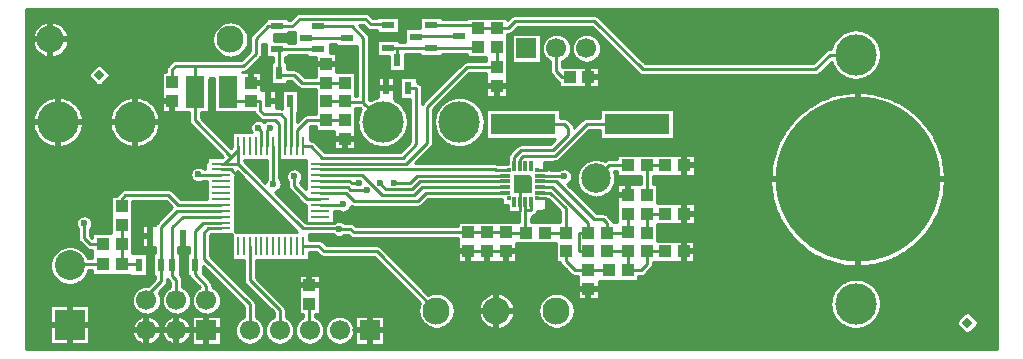
<source format=gbr>
G04 DipTrace 3.3.1.3*
G04 GBL.gbr*
%MOIN*%
G04 #@! TF.FileFunction,Copper,L2,Bot*
G04 #@! TF.Part,Single*
%AMOUTLINE0*
4,1,5,
-0.030911,0.03027,
-0.030911,-0.030281,
0.0309,-0.030281,
0.030911,0.020281,
0.020778,0.030281,
-0.030911,0.03027,
0*%
%AMOUTLINE3*
4,1,4,
-0.019685,0.0,
0.0,-0.019685,
0.019685,0.0,
0.0,0.019685,
-0.019685,0.0,
0*%
G04 #@! TA.AperFunction,CopperBalancing*
%ADD13C,0.009843*%
%ADD14C,0.019685*%
%ADD15R,0.03937X0.03937*%
%ADD16R,0.009843X0.062992*%
%ADD17R,0.062992X0.009843*%
%ADD19R,0.011811X0.035433*%
%ADD20R,0.035433X0.011811*%
%ADD21R,0.011811X0.011811*%
G04 #@! TA.AperFunction,ComponentPad*
%ADD22C,0.137795*%
%ADD23C,0.551181*%
G04 #@! TA.AperFunction,ComponentPad*
%ADD24C,0.066929*%
%ADD25R,0.066929X0.066929*%
%ADD26R,0.062992X0.106299*%
G04 #@! TA.AperFunction,ComponentPad*
%ADD27C,0.090551*%
%ADD28R,0.023622X0.043307*%
%ADD29R,0.043307X0.023622*%
G04 #@! TA.AperFunction,ComponentPad*
%ADD30R,0.1X0.1*%
%ADD31C,0.1*%
%ADD32R,0.216535X0.070866*%
G04 #@! TA.AperFunction,ComponentPad*
%ADD33C,0.098425*%
%ADD34C,0.110236*%
G04 #@! TA.AperFunction,ViaPad*
%ADD35C,0.023622*%
%ADD88OUTLINE0*%
%ADD91OUTLINE3*%
%FSLAX26Y26*%
G04*
G70*
G90*
G75*
G01*
G04 Bottom*
%LPD*%
X1624941Y1497136D2*
D13*
Y1499950D1*
X1568701D1*
X1549950Y1518701D1*
X1331201D1*
X1306004Y1493504D1*
X1256201D1*
X1224755D1*
X1184325Y1453075D1*
Y1403073D1*
X1143702Y1362450D1*
X981201D1*
Y1274950D1*
X983465D1*
X1398583Y819921D2*
X1341486D1*
X1124950Y1036457D1*
Y1093533D1*
X1124961Y1093543D1*
X1067874Y1036457D2*
X1124950D1*
X1067874D2*
X1080206D1*
X1103039Y1059290D1*
X1124961Y1081211D1*
Y1093543D1*
X1103039Y1059290D2*
X981201Y1181129D1*
Y1274950D1*
X2018701Y806693D2*
X1956201D1*
X1893701D2*
X1956201D1*
X2018701D2*
X2030709D1*
X2031201Y806201D1*
X2086958D1*
X1398583Y819921D2*
X1462450D1*
Y818701D1*
X1499950D1*
X1511958Y806693D1*
X1893701D1*
X2083740Y908224D2*
Y880303D1*
Y809419D1*
X2086958Y806201D1*
X2102480Y908224D2*
Y880303D1*
X2083740D1*
X906201Y1306693D2*
Y1349950D1*
X918701Y1362450D1*
X981201D1*
X1418701Y1180709D2*
X1480217D1*
X1481201Y1181693D1*
X1418701Y1180709D2*
X1355709D1*
X1321811Y1146811D1*
Y1093543D1*
X1302126D2*
Y1241525D1*
X1299950Y1243701D1*
X1987450Y1356693D2*
X1987451D1*
Y1424950D1*
X1398583Y1036457D2*
X1686457D1*
X1756201Y1106201D1*
Y1224950D1*
X1887944Y1356693D1*
X1987450D1*
X1341496Y1093543D2*
X1368858D1*
X1406201Y1056201D1*
X1674951D1*
X1718701Y1099950D1*
Y1287451D1*
X1693701D1*
X993701Y999950D2*
Y997087D1*
X1067874D1*
X1398583Y839606D2*
X1445857D1*
X1465735Y859484D1*
X1518017D1*
X1398583Y839606D2*
X1354046D1*
X1281201Y912451D1*
Y1031201D1*
X1262756Y1049646D1*
Y1093543D1*
X1067874Y1016772D2*
X1101881D1*
X1143701Y974951D1*
Y918701D1*
X2121220Y1014445D2*
X2151945D1*
X2181201Y1043701D1*
X2218701D1*
X2065000Y908224D2*
Y877500D1*
X2049950Y862450D1*
X1918701D1*
X2065000Y908224D2*
Y956571D1*
X2074961Y966531D1*
X2168701Y862451D2*
Y899950D1*
X2147946Y920705D1*
X2121220D1*
X1331201Y1031201D2*
X1281201D1*
X2018701Y743701D2*
X1956201D1*
X1893701D1*
X1262756Y1093543D2*
Y1168395D1*
X1249950Y1181201D1*
X1149950D1*
X2014961Y939445D2*
X1751946D1*
X1724951Y912450D1*
X1512451D1*
X1486870Y938031D1*
X1398583D1*
X868701Y699803D2*
Y824950D1*
X922727Y878976D1*
X1067874D1*
X820276Y580984D2*
Y595276D1*
X868701Y643701D1*
Y699803D1*
X906378D2*
Y825127D1*
X940542Y859291D1*
X1067874D1*
X920276Y580984D2*
Y648377D1*
X906202Y662450D1*
X906378Y662627D1*
Y699803D1*
X1020276Y580984D2*
Y629626D1*
X981181Y668720D1*
Y699803D1*
Y812430D1*
X1008357Y839606D1*
X1067874D1*
X1203701Y1093543D2*
Y1146202D1*
X1193701Y1156202D1*
X1223386Y1093543D2*
Y1148385D1*
X1231201Y1156199D1*
X2424950Y743699D2*
X2356692D1*
Y743701D1*
X2425441Y681201D2*
Y743209D1*
X2424950Y743699D1*
X2425441Y681201D2*
X2468702D1*
X2487451Y699950D1*
Y743209D1*
X2548378D1*
X2549206Y744037D1*
X2218699Y743209D2*
Y712450D1*
X2249457Y681693D1*
X2293701D1*
X2362449D1*
Y681201D1*
X1598167Y972718D2*
X1595933D1*
X1618699Y949951D1*
X1706202D1*
X1733215Y976965D1*
X2015000D1*
X1398583Y977402D2*
X1497500D1*
X1502349Y972552D1*
X1528626D1*
X1398583Y957717D2*
X1492185D1*
X1500400Y949501D1*
X1555102D1*
X2014961Y995705D2*
X1720705D1*
X1697921Y972921D1*
X1643991D1*
X2027480Y1014445D2*
X1985457D1*
X1983130Y1016772D1*
X1398583D1*
X1362441Y568071D2*
Y482559D1*
X1364016Y480984D1*
X1243071Y1093543D2*
Y968701D1*
X1243701D1*
X2015000Y958224D2*
X1739475D1*
X1712451Y931201D1*
X1606201D1*
X1540315Y997087D1*
X1398583D1*
Y898661D2*
X1473594D1*
X1474883Y899950D1*
X2133740Y995705D2*
X2212451D1*
Y993701D1*
X612451Y837451D2*
Y787450D1*
X631199Y768702D1*
X674459D1*
X1398583Y918346D2*
X1356555D1*
X1312450Y962451D1*
Y993701D1*
X737450Y894193D2*
Y918699D1*
X749951Y931201D1*
X893701D1*
X926240Y898661D1*
X1067874D1*
X1164016Y480984D2*
Y567135D1*
X1012450Y718701D1*
Y806199D1*
X1026172Y819921D1*
X1067874D1*
X1264016Y480984D2*
Y548386D1*
X1164331Y648071D1*
Y762835D1*
X1787008Y545827D2*
X1785324D1*
X1587450Y743701D1*
X1412450D1*
X1393316Y762835D1*
X1341496D1*
X2187008Y1420866D2*
Y1344143D1*
X2206199Y1324951D1*
X2230709D1*
X1350689Y1456102D2*
X1488189D1*
X2487451Y931692D2*
Y1031201D1*
X2549459D2*
X2537450D1*
X2487451D1*
X1768701Y1422462D2*
X1656299Y1422333D1*
X1624941D1*
X1656299Y1381940D2*
Y1422333D1*
X1768701Y1422462D2*
X1922496D1*
X1924950Y1424916D1*
X2149950Y806201D2*
X2181201D1*
X2218699D1*
Y887451D1*
X2166706Y939445D1*
X2133740D1*
X1256201Y1418701D2*
X1302126D1*
X1393701D1*
X1262549Y1338189D2*
Y1412353D1*
X1256201Y1418701D1*
X1418701Y1305709D2*
X1337942D1*
X1312450Y1331201D1*
X1262549D1*
Y1338189D1*
X1418701Y1305709D2*
X1480709D1*
X1481201Y1306201D1*
X2133740Y976965D2*
X2185436D1*
X2312450Y849950D1*
X2343702D1*
X2356201Y837451D1*
Y806201D1*
X2424950Y806692D2*
Y868701D1*
X2424951D1*
X2356201Y806201D2*
X2424459D1*
X2424950Y806692D1*
X1863189Y1459864D2*
X1719429D1*
Y1459735D1*
X3184302Y1399606D2*
X3099608D1*
X3049951Y1349950D1*
X2474951D1*
X2312451Y1512450D1*
X2049950D1*
X2025442Y1487942D1*
X1987451D1*
X1768701Y1497265D2*
X1915593D1*
X1924950Y1487908D1*
X1987451Y1487942D2*
X1924984D1*
X1924950Y1487908D1*
X2549950Y868701D2*
X2487451Y868699D1*
Y806201D2*
Y868699D1*
X2424459Y1031201D2*
X2362450D1*
X2318701Y987451D1*
X2046220Y1026965D2*
Y1058720D1*
X2068701Y1081201D1*
X2174951D1*
X2224950Y1131199D1*
Y1156202D1*
X2212609Y1168543D1*
X2074961D1*
X2065000Y1026965D2*
Y1052500D1*
X2074951Y1062451D1*
X2181201D1*
X2287293Y1168543D1*
X2454961D1*
X2293699Y743701D2*
X2262451D1*
Y806201D1*
X2293209D1*
Y837942D1*
X2172927Y958224D1*
X2133740D1*
X1168701Y1243209D2*
X1199950D1*
Y1212451D1*
X1212451Y1199950D1*
X1268702D1*
X1282441Y1186211D1*
Y1093543D1*
X1168701Y1243209D2*
X1093701D1*
Y1274950D1*
X674950Y699950D2*
X567352D1*
X564016Y696614D1*
X737451Y768702D2*
Y806199D1*
X737450Y806201D1*
Y831201D1*
X737942Y699950D2*
X793898D1*
Y699803D1*
X737451Y768702D2*
Y700441D1*
X737942Y699950D1*
X1393701Y1493504D2*
X1506398D1*
X1543701Y1456201D1*
Y1241269D1*
Y1238740D1*
X1607638Y1174803D1*
X1543701Y1241269D2*
X1483140D1*
X1481201Y1243209D1*
X1419193D1*
X1418701Y1243701D1*
D35*
X1581201Y1387451D3*
X1712451D3*
X612451Y837451D3*
X1462450Y818701D3*
X1555102Y949501D3*
X1528626Y972552D3*
X1643991Y972921D3*
X1598167Y972718D3*
X1518017Y859484D3*
X2212451Y993701D3*
X2218701Y1043701D3*
X1918701Y862450D3*
X1881201D3*
X2074951Y968701D3*
X2168701Y862451D3*
X1812451Y1387451D3*
X1312450Y993701D3*
X1243701Y968701D3*
X1143701Y918701D3*
X993701Y999950D3*
X1231201Y1156199D3*
X1193701Y1156202D3*
X1256201Y1449950D3*
X1487451Y1387451D3*
X1149950Y1181201D3*
X1199950Y1024950D3*
X831201Y718701D3*
X943701D3*
X1331201Y1031201D3*
X1474883Y899950D3*
X1218701Y1337451D3*
X1337450Y1368701D3*
X1418701Y1118701D3*
X1068701Y1181201D3*
X419301Y1540486D2*
D13*
X2474400D1*
X419301Y1530774D2*
X1313886D1*
X1567261D2*
X2040752D1*
X2321636D2*
X2474400D1*
X419301Y1521063D2*
X1304178D1*
X1576970D2*
X1587151D1*
X1662745D2*
X1730906D1*
X1806500D2*
X1889115D1*
X2023286D2*
X2029180D1*
X2333210D2*
X2474400D1*
X419301Y1511352D2*
X1214576D1*
X1662745D2*
X1730906D1*
X2342937D2*
X2474400D1*
X419301Y1501640D2*
X467660D1*
X532240D2*
X1067650D1*
X1132249D2*
X1203504D1*
X1662745D2*
X1730906D1*
X2352644D2*
X2474400D1*
X419301Y1491929D2*
X455491D1*
X544408D2*
X1055501D1*
X1144417D2*
X1193795D1*
X1537349D2*
X1547339D1*
X1662745D2*
X1730906D1*
X2058811D2*
X2303597D1*
X2362353D2*
X2474400D1*
X419301Y1482218D2*
X447860D1*
X552041D2*
X1047869D1*
X1152030D2*
X1184088D1*
X1547058D2*
X1558295D1*
X1662745D2*
X1681635D1*
X2049104D2*
X2313306D1*
X2372060D2*
X2474400D1*
X419301Y1472507D2*
X442900D1*
X557000D2*
X1042909D1*
X1157009D2*
X1174379D1*
X1293997D2*
X1312886D1*
X1556765D2*
X1587151D1*
X1662745D2*
X1681635D1*
X2039261D2*
X2323013D1*
X2381769D2*
X2474400D1*
X419301Y1462795D2*
X439920D1*
X559980D2*
X1039911D1*
X1159990D2*
X1165768D1*
X1247610D2*
X1312886D1*
X1563648D2*
X1681635D1*
X2023286D2*
X2037407D1*
X2136609D2*
X2161400D1*
X2212619D2*
X2261402D1*
X2312602D2*
X2332722D1*
X2391496D2*
X2474400D1*
X419301Y1453084D2*
X438613D1*
X561287D2*
X1038622D1*
X1247610D2*
X1312886D1*
X1564762D2*
X1681635D1*
X2023286D2*
X2037407D1*
X2136609D2*
X2149615D1*
X2224404D2*
X2249598D1*
X2324406D2*
X2342429D1*
X2401203D2*
X2474400D1*
X419301Y1443373D2*
X438902D1*
X561018D2*
X1038891D1*
X1293997D2*
X1312886D1*
X1564762D2*
X1587151D1*
X1662745D2*
X1681635D1*
X2023286D2*
X2037407D1*
X2136609D2*
X2142927D1*
X2231093D2*
X2242928D1*
X2331094D2*
X2352156D1*
X2410912D2*
X2474400D1*
X419301Y1433661D2*
X440766D1*
X559134D2*
X1040776D1*
X1205395D2*
X1218402D1*
X1431504D2*
X1450394D1*
X1564762D2*
X1587151D1*
X2023286D2*
X2037407D1*
X2334902D2*
X2361865D1*
X2420619D2*
X2474400D1*
X419301Y1423950D2*
X444419D1*
X555482D2*
X1044408D1*
X1155491D2*
X1163269D1*
X1205395D2*
X1218402D1*
X1431504D2*
X1522636D1*
X1564762D2*
X1587151D1*
X2023286D2*
X2037407D1*
X2336516D2*
X2371572D1*
X2430328D2*
X2474400D1*
X419301Y1414239D2*
X450205D1*
X549696D2*
X1050214D1*
X1149685D2*
X1163269D1*
X1205395D2*
X1218402D1*
X1431504D2*
X1522636D1*
X1564762D2*
X1587151D1*
X2023286D2*
X2037407D1*
X2336151D2*
X2381281D1*
X2440035D2*
X2474400D1*
X419301Y1404528D2*
X459105D1*
X540794D2*
X1059114D1*
X1140803D2*
X1156406D1*
X1205395D2*
X1218402D1*
X1431504D2*
X1522636D1*
X1564762D2*
X1587151D1*
X2023286D2*
X2037407D1*
X2233785D2*
X2240236D1*
X2333786D2*
X2390988D1*
X2449762D2*
X2474400D1*
X419301Y1394816D2*
X474215D1*
X525685D2*
X1074224D1*
X1125675D2*
X1146698D1*
X1203608D2*
X1218402D1*
X1293997D2*
X1355909D1*
X1454534D2*
X1522636D1*
X1564762D2*
X1628346D1*
X1684257D2*
X1889115D1*
X2023286D2*
X2037407D1*
X2136609D2*
X2144963D1*
X2229056D2*
X2244966D1*
X2329038D2*
X2400697D1*
X2459471D2*
X2474400D1*
X419301Y1385105D2*
X1136971D1*
X1195745D2*
X1241490D1*
X1283617D2*
X1382879D1*
X1454534D2*
X1522636D1*
X1564762D2*
X1628346D1*
X1684257D2*
X1951631D1*
X2023286D2*
X2037407D1*
X2136609D2*
X2153076D1*
X2220944D2*
X2253077D1*
X2320925D2*
X2410424D1*
X2469178D2*
X2474395D1*
X419301Y1375394D2*
X902269D1*
X1186018D2*
X1241490D1*
X1283617D2*
X1382879D1*
X1454534D2*
X1522636D1*
X1564762D2*
X1628346D1*
X1684257D2*
X1879657D1*
X2023286D2*
X2037407D1*
X2136609D2*
X2165937D1*
X2208063D2*
X2268803D1*
X2305201D2*
X2420131D1*
X419301Y1365682D2*
X658186D1*
X666728D2*
X892560D1*
X1176310D2*
X1234588D1*
X1290499D2*
X1382879D1*
X1454534D2*
X1522636D1*
X1564762D2*
X1628346D1*
X1684257D2*
X1867547D1*
X2023286D2*
X2165937D1*
X2208063D2*
X2429840D1*
X419301Y1355971D2*
X645114D1*
X679782D2*
X886063D1*
X1166602D2*
X1234588D1*
X1290499D2*
X1382879D1*
X1454534D2*
X1522636D1*
X1564762D2*
X1628346D1*
X1684257D2*
X1857839D1*
X2023286D2*
X2165937D1*
X2329518D2*
X2439547D1*
X419301Y1346260D2*
X635406D1*
X689490D2*
X885140D1*
X1156567D2*
X1234588D1*
X1326717D2*
X1382879D1*
X1454534D2*
X1522636D1*
X1564762D2*
X1628346D1*
X1684257D2*
X1848131D1*
X2023286D2*
X2165937D1*
X2329518D2*
X2449256D1*
X419301Y1336549D2*
X627601D1*
X697294D2*
X870377D1*
X1204530D2*
X1234588D1*
X1336482D2*
X1382879D1*
X1517030D2*
X1522648D1*
X1564762D2*
X1838423D1*
X1897178D2*
X1951631D1*
X2023286D2*
X2167436D1*
X2329518D2*
X2458983D1*
X419301Y1326837D2*
X627274D1*
X697640D2*
X870377D1*
X1204530D2*
X1234588D1*
X1346189D2*
X1382879D1*
X1517030D2*
X1522648D1*
X1564762D2*
X1828715D1*
X1887470D2*
X1951631D1*
X2023286D2*
X2174933D1*
X2329518D2*
X2474400D1*
X419301Y1317126D2*
X634425D1*
X690490D2*
X870377D1*
X1031094D2*
X1046062D1*
X1204530D2*
X1234588D1*
X1517030D2*
X1522648D1*
X1564762D2*
X1590937D1*
X1646848D2*
X1665756D1*
X1721647D2*
X1818988D1*
X1877762D2*
X1951631D1*
X2023286D2*
X2184642D1*
X2329518D2*
X2474400D1*
X419301Y1307415D2*
X644134D1*
X680762D2*
X870377D1*
X1031094D2*
X1046062D1*
X1204530D2*
X1234588D1*
X1290499D2*
X1306850D1*
X1517030D2*
X1522648D1*
X1564762D2*
X1590937D1*
X1646848D2*
X1665756D1*
X1721840D2*
X1809280D1*
X1868055D2*
X1951631D1*
X2023286D2*
X2194887D1*
X2329518D2*
X2474400D1*
X419301Y1297703D2*
X655226D1*
X669671D2*
X870377D1*
X1031094D2*
X1046062D1*
X1204530D2*
X1316558D1*
X1517030D2*
X1522648D1*
X1564762D2*
X1590937D1*
X1646848D2*
X1665756D1*
X1736949D2*
X1799572D1*
X1858327D2*
X1951631D1*
X2023286D2*
X2194887D1*
X2329518D2*
X2474650D1*
X419301Y1287992D2*
X870377D1*
X1031094D2*
X1046062D1*
X1204530D2*
X1327516D1*
X1517030D2*
X1522648D1*
X1564762D2*
X1590937D1*
X1646848D2*
X1665756D1*
X1739756D2*
X1789864D1*
X1848619D2*
X1951631D1*
X2023286D2*
X3655503D1*
X419301Y1278281D2*
X870377D1*
X1031094D2*
X1046062D1*
X1253109D2*
X1271997D1*
X1327908D2*
X1382879D1*
X1517030D2*
X1522648D1*
X1564762D2*
X1590937D1*
X1646848D2*
X1665756D1*
X1739756D2*
X1780156D1*
X1838911D2*
X1951631D1*
X2023286D2*
X3655503D1*
X419301Y1268570D2*
X870377D1*
X1031094D2*
X1046062D1*
X1253109D2*
X1271997D1*
X1327908D2*
X1382879D1*
X1517030D2*
X1522648D1*
X1564762D2*
X1590937D1*
X1646848D2*
X1665756D1*
X1739756D2*
X1770449D1*
X1829203D2*
X1951631D1*
X2023286D2*
X3128773D1*
X3252352D2*
X3655503D1*
X419301Y1258858D2*
X870377D1*
X1031094D2*
X1046062D1*
X1253109D2*
X1271997D1*
X1327908D2*
X1382879D1*
X1564762D2*
X1590937D1*
X1646848D2*
X1665756D1*
X1739756D2*
X1760720D1*
X1819496D2*
X1951631D1*
X2023286D2*
X3094055D1*
X3287070D2*
X3655503D1*
X419301Y1249147D2*
X484749D1*
X565171D2*
X740655D1*
X821076D2*
X870377D1*
X1031094D2*
X1046062D1*
X1253109D2*
X1271997D1*
X1327908D2*
X1382879D1*
X1647848D2*
X1697629D1*
X1739756D2*
X1751013D1*
X1809768D2*
X1823332D1*
X1903753D2*
X3069718D1*
X3311407D2*
X3655503D1*
X419301Y1239436D2*
X470236D1*
X579684D2*
X726142D1*
X835589D2*
X870377D1*
X1031094D2*
X1046062D1*
X1253109D2*
X1271997D1*
X1327908D2*
X1382879D1*
X1662361D2*
X1697629D1*
X1800060D2*
X1808819D1*
X1918266D2*
X3050245D1*
X3330879D2*
X3655503D1*
X419301Y1229724D2*
X460336D1*
X589584D2*
X716241D1*
X845490D2*
X870377D1*
X1031094D2*
X1046062D1*
X1253109D2*
X1271997D1*
X1327908D2*
X1382879D1*
X1672261D2*
X1697629D1*
X1790353D2*
X1798919D1*
X1928167D2*
X3033770D1*
X3347354D2*
X3655503D1*
X419301Y1220013D2*
X453108D1*
X596812D2*
X709013D1*
X852718D2*
X870377D1*
X1031094D2*
X1046062D1*
X1327908D2*
X1382879D1*
X1517030D2*
X1533055D1*
X1679490D2*
X1697629D1*
X1780644D2*
X1791690D1*
X1935395D2*
X3019429D1*
X3361696D2*
X3655503D1*
X419301Y1210302D2*
X447782D1*
X602138D2*
X703688D1*
X858043D2*
X870377D1*
X1031094D2*
X1046062D1*
X1327908D2*
X1382879D1*
X1517030D2*
X1530459D1*
X1684815D2*
X1697629D1*
X1777261D2*
X1786365D1*
X1940720D2*
X1950555D1*
X2199374D2*
X2330549D1*
X2579369D2*
X3006723D1*
X3374402D2*
X3655503D1*
X419301Y1200591D2*
X443976D1*
X605944D2*
X699882D1*
X861849D2*
X960133D1*
X1002259D2*
X1182761D1*
X1323198D2*
X1351911D1*
X1517030D2*
X1526654D1*
X1688621D2*
X1697629D1*
X1777261D2*
X1782559D1*
X1944526D2*
X1950555D1*
X2199374D2*
X2330549D1*
X2579369D2*
X2995323D1*
X3385802D2*
X3655503D1*
X419301Y1190879D2*
X441478D1*
X608442D2*
X697383D1*
X864348D2*
X960133D1*
X1002259D2*
X1192143D1*
X1323198D2*
X1336493D1*
X1517030D2*
X1524140D1*
X1691119D2*
X1697629D1*
X2199374D2*
X2330549D1*
X2579369D2*
X2985038D1*
X3396087D2*
X3655503D1*
X419301Y1181168D2*
X440171D1*
X609749D2*
X696076D1*
X865655D2*
X960133D1*
X1010545D2*
X1182512D1*
X1517030D2*
X1522836D1*
X1692427D2*
X1697629D1*
X2229364D2*
X2270533D1*
X2579369D2*
X2975657D1*
X3405467D2*
X3655503D1*
X419301Y1171457D2*
X439997D1*
X609942D2*
X695903D1*
X865848D2*
X962612D1*
X1020252D2*
X1170478D1*
X1517030D2*
X1522648D1*
X1692619D2*
X1697629D1*
X2239071D2*
X2260825D1*
X2579369D2*
X2967122D1*
X3414003D2*
X3655503D1*
X419301Y1161745D2*
X440940D1*
X608980D2*
X696845D1*
X864886D2*
X971205D1*
X1029961D2*
X1166325D1*
X1517030D2*
X1523618D1*
X1691657D2*
X1697629D1*
X2245243D2*
X2251119D1*
X2579369D2*
X2959298D1*
X3421827D2*
X3655503D1*
X419301Y1152034D2*
X443073D1*
X606866D2*
X698979D1*
X862772D2*
X980913D1*
X1039668D2*
X1166075D1*
X1366356D2*
X1382879D1*
X1517030D2*
X1525751D1*
X1689543D2*
X1697629D1*
X1945449D2*
X1950564D1*
X2579369D2*
X2952127D1*
X3428997D2*
X3655503D1*
X419301Y1142323D2*
X446457D1*
X603463D2*
X702362D1*
X859369D2*
X990621D1*
X1049395D2*
X1169593D1*
X1366356D2*
X1445375D1*
X1517030D2*
X1529134D1*
X1686140D2*
X1697629D1*
X1777261D2*
X1785039D1*
X1942046D2*
X1950555D1*
X2290457D2*
X2330549D1*
X2579369D2*
X2945552D1*
X3435572D2*
X3655503D1*
X419301Y1132612D2*
X451281D1*
X598639D2*
X707186D1*
X854545D2*
X1000328D1*
X1059104D2*
X1103906D1*
X1366356D2*
X1445375D1*
X1517030D2*
X1533958D1*
X1681316D2*
X1697629D1*
X1777261D2*
X1789864D1*
X1937222D2*
X1950555D1*
X2280748D2*
X2330549D1*
X2579369D2*
X2939535D1*
X3441589D2*
X3655503D1*
X419301Y1122900D2*
X457856D1*
X592064D2*
X713761D1*
X847970D2*
X1010056D1*
X1068811D2*
X1103906D1*
X1366356D2*
X1445375D1*
X1517030D2*
X1540533D1*
X1674741D2*
X1697629D1*
X1777261D2*
X1796438D1*
X1930647D2*
X1950555D1*
X2271021D2*
X2330549D1*
X2579369D2*
X2934018D1*
X3447106D2*
X3655503D1*
X419301Y1113189D2*
X466795D1*
X583125D2*
X722701D1*
X839030D2*
X1019764D1*
X1078520D2*
X1103906D1*
X1373987D2*
X1445375D1*
X1517030D2*
X1549472D1*
X1665802D2*
X1697629D1*
X1777261D2*
X1805378D1*
X1921707D2*
X2177567D1*
X2261314D2*
X2928982D1*
X3452143D2*
X3655503D1*
X419301Y1103478D2*
X479501D1*
X570419D2*
X735407D1*
X826324D2*
X1029472D1*
X1088227D2*
X1103906D1*
X1388308D2*
X1445375D1*
X1517030D2*
X1562178D1*
X1653096D2*
X1692843D1*
X1777068D2*
X1818084D1*
X1909001D2*
X2167840D1*
X2251605D2*
X2924407D1*
X3456718D2*
X3655503D1*
X419301Y1093766D2*
X501647D1*
X548273D2*
X757552D1*
X804178D2*
X1039180D1*
X1097934D2*
X1103887D1*
X1398017D2*
X1445375D1*
X1517030D2*
X1584324D1*
X1630950D2*
X1683134D1*
X1772955D2*
X1840230D1*
X1886856D2*
X2051883D1*
X2241898D2*
X2920235D1*
X3460890D2*
X3655503D1*
X419301Y1084055D2*
X1048887D1*
X1407724D2*
X1445375D1*
X1517030D2*
X1673427D1*
X1763440D2*
X2042175D1*
X2232189D2*
X2916487D1*
X3464619D2*
X3655503D1*
X419301Y1074344D2*
X1058615D1*
X1753731D2*
X2032467D1*
X2222482D2*
X2913142D1*
X3467983D2*
X3655503D1*
X419301Y1064633D2*
X1068323D1*
X1744004D2*
X2026046D1*
X2212755D2*
X2388623D1*
X2648286D2*
X2910161D1*
X3470963D2*
X3655503D1*
X419301Y1054921D2*
X1020244D1*
X1734297D2*
X2024181D1*
X2203046D2*
X2388623D1*
X2648286D2*
X2907547D1*
X3473577D2*
X3655503D1*
X419301Y1045210D2*
X1020244D1*
X1146013D2*
X1222016D1*
X1264143D2*
X1350949D1*
X1724588D2*
X2024181D1*
X2192474D2*
X2289295D1*
X2648286D2*
X2905298D1*
X3475827D2*
X3655503D1*
X419301Y1035499D2*
X1015400D1*
X1155280D2*
X1222016D1*
X1264143D2*
X1350949D1*
X1991356D2*
X2005438D1*
X2147605D2*
X2274878D1*
X2648286D2*
X2903377D1*
X3477748D2*
X3655503D1*
X419301Y1025787D2*
X984988D1*
X1002412D2*
X1014804D1*
X1165007D2*
X1222016D1*
X1264143D2*
X1350949D1*
X2147605D2*
X2266016D1*
X2648286D2*
X2901819D1*
X3479306D2*
X3655503D1*
X419301Y1016076D2*
X971109D1*
X1174714D2*
X1222016D1*
X1264143D2*
X1296412D1*
X1328484D2*
X1350949D1*
X2167597D2*
X2196407D1*
X2228499D2*
X2260056D1*
X2648286D2*
X2900570D1*
X3480555D2*
X3655503D1*
X419301Y1006365D2*
X966514D1*
X1184423D2*
X1222016D1*
X1264143D2*
X1287665D1*
X1337251D2*
X1350949D1*
X2237245D2*
X2256192D1*
X2381211D2*
X2388623D1*
X2648286D2*
X2899665D1*
X3481459D2*
X3655503D1*
X419301Y996654D2*
X965957D1*
X1119293D2*
X1135375D1*
X1194130D2*
X1222016D1*
X1264143D2*
X1284667D1*
X1340249D2*
X1350949D1*
X2240244D2*
X2254000D1*
X2383403D2*
X2388619D1*
X2648286D2*
X2899089D1*
X3482035D2*
X3655503D1*
X419301Y986942D2*
X969091D1*
X1115505D2*
X1145083D1*
X1203839D2*
X1222016D1*
X1264546D2*
X1285358D1*
X1339538D2*
X1350949D1*
X2239552D2*
X2253346D1*
X2384056D2*
X2466383D1*
X2508510D2*
X2898840D1*
X3482285D2*
X3655503D1*
X419301Y977231D2*
X978182D1*
X1115505D2*
X1154791D1*
X1270276D2*
X1290106D1*
X1334790D2*
X1350949D1*
X2234785D2*
X2254155D1*
X2383230D2*
X2466383D1*
X2508510D2*
X2898916D1*
X3482209D2*
X3655503D1*
X419301Y967520D2*
X1020244D1*
X1115505D2*
X1164499D1*
X1271621D2*
X1291394D1*
X1336770D2*
X1350949D1*
X2224269D2*
X2256518D1*
X2380885D2*
X2466383D1*
X2508510D2*
X2899320D1*
X3481804D2*
X3655503D1*
X419301Y957808D2*
X1020244D1*
X1115505D2*
X1174226D1*
X1269353D2*
X1291933D1*
X2233978D2*
X2260575D1*
X2376828D2*
X2389123D1*
X2523274D2*
X2900031D1*
X3481093D2*
X3655503D1*
X419301Y948097D2*
X738118D1*
X905525D2*
X1020244D1*
X1115505D2*
X1183934D1*
X1262085D2*
X1297430D1*
X2243685D2*
X2266785D1*
X2370619D2*
X2389123D1*
X2523274D2*
X2901088D1*
X3480037D2*
X3655503D1*
X419301Y938386D2*
X727756D1*
X915887D2*
X1020244D1*
X1115505D2*
X1193642D1*
X1252398D2*
X1307139D1*
X2253392D2*
X2276050D1*
X2361353D2*
X2389123D1*
X2523274D2*
X2902472D1*
X3478652D2*
X3655503D1*
X419301Y928675D2*
X701631D1*
X925614D2*
X1020244D1*
X1115505D2*
X1203350D1*
X1262105D2*
X1316846D1*
X2263101D2*
X2291467D1*
X2345936D2*
X2389123D1*
X2523274D2*
X2904184D1*
X3476941D2*
X3655503D1*
X419301Y918963D2*
X701631D1*
X935322D2*
X1020244D1*
X1115505D2*
X1213058D1*
X1271832D2*
X1326554D1*
X1760844D2*
X1981101D1*
X2272808D2*
X2389123D1*
X2523274D2*
X2906260D1*
X3474865D2*
X3655503D1*
X419301Y909252D2*
X701631D1*
X773286D2*
X886274D1*
X1115505D2*
X1222766D1*
X1281541D2*
X1336262D1*
X1751136D2*
X2005438D1*
X2153853D2*
X2167513D1*
X2282535D2*
X2389123D1*
X2523274D2*
X2908663D1*
X3472462D2*
X3655503D1*
X419301Y899541D2*
X701631D1*
X773286D2*
X895983D1*
X1115505D2*
X1232493D1*
X1291248D2*
X1348528D1*
X1741428D2*
X2024181D1*
X2153853D2*
X2177220D1*
X2292244D2*
X2389123D1*
X2648766D2*
X2911450D1*
X3469675D2*
X3655503D1*
X419301Y889829D2*
X701631D1*
X773286D2*
X904192D1*
X1115505D2*
X1242201D1*
X1300957D2*
X1350949D1*
X1500864D2*
X2024181D1*
X2153353D2*
X2186949D1*
X2301951D2*
X2389123D1*
X2648766D2*
X2914584D1*
X3466541D2*
X3655503D1*
X419301Y880118D2*
X701631D1*
X773286D2*
X894483D1*
X1115505D2*
X1251909D1*
X1310664D2*
X1350949D1*
X1494135D2*
X2024181D1*
X2145740D2*
X2196656D1*
X2311660D2*
X2389123D1*
X2648766D2*
X2918121D1*
X3463004D2*
X3655503D1*
X419301Y870407D2*
X701631D1*
X773286D2*
X884776D1*
X1115505D2*
X1261617D1*
X1320373D2*
X1350949D1*
X1446230D2*
X2062686D1*
X2120942D2*
X2197636D1*
X2321367D2*
X2389123D1*
X2648766D2*
X2922042D1*
X3459083D2*
X3655503D1*
X419301Y860696D2*
X597785D1*
X627109D2*
X701631D1*
X773286D2*
X875067D1*
X1115505D2*
X1271325D1*
X1330100D2*
X1350949D1*
X1446941D2*
X2062686D1*
X2107793D2*
X2197636D1*
X2362333D2*
X2389123D1*
X2648766D2*
X2926387D1*
X3454738D2*
X3655503D1*
X419301Y850984D2*
X588135D1*
X636759D2*
X701631D1*
X773286D2*
X865360D1*
X1115505D2*
X1281052D1*
X1339807D2*
X1350949D1*
X1447614D2*
X2062686D1*
X2104794D2*
X2197636D1*
X2372022D2*
X2389123D1*
X2648766D2*
X2931173D1*
X3449951D2*
X3655503D1*
X419301Y841273D2*
X584770D1*
X640123D2*
X701631D1*
X773286D2*
X855651D1*
X1115505D2*
X1290760D1*
X1478198D2*
X1857878D1*
X2054524D2*
X2062686D1*
X2104794D2*
X2197636D1*
X2376906D2*
X2389123D1*
X2648766D2*
X2936421D1*
X3444703D2*
X3655503D1*
X419301Y831562D2*
X585155D1*
X639759D2*
X701631D1*
X773286D2*
X848751D1*
X1115505D2*
X1300469D1*
X1516472D2*
X1857878D1*
X2523274D2*
X2942150D1*
X3438975D2*
X3655503D1*
X419301Y821850D2*
X589461D1*
X635433D2*
X701631D1*
X773286D2*
X803344D1*
X1115505D2*
X1310176D1*
X2523274D2*
X2948417D1*
X3432707D2*
X3655503D1*
X419301Y812139D2*
X591383D1*
X633510D2*
X701631D1*
X773286D2*
X803344D1*
X1115505D2*
X1319883D1*
X2523274D2*
X2955241D1*
X3425883D2*
X3655503D1*
X419301Y802428D2*
X591383D1*
X633510D2*
X638625D1*
X773286D2*
X803344D1*
X2523274D2*
X2962701D1*
X3418424D2*
X3655503D1*
X419301Y792717D2*
X591383D1*
X773286D2*
X803344D1*
X1033517D2*
X1103906D1*
X1362568D2*
X1454238D1*
X1470663D2*
X1496550D1*
X2523274D2*
X2970832D1*
X3410293D2*
X3655503D1*
X419301Y783005D2*
X591883D1*
X773286D2*
X803344D1*
X1033517D2*
X1103906D1*
X1362568D2*
X1857878D1*
X2523274D2*
X2979732D1*
X3401392D2*
X3655503D1*
X419301Y773294D2*
X597227D1*
X773286D2*
X803344D1*
X1033517D2*
X1103906D1*
X1412241D2*
X1857878D1*
X2648017D2*
X2989499D1*
X3391626D2*
X3655503D1*
X419301Y763583D2*
X606936D1*
X773286D2*
X803344D1*
X1033517D2*
X1103906D1*
X1591234D2*
X1857878D1*
X2054524D2*
X2182873D1*
X2648017D2*
X3000264D1*
X3380861D2*
X3655503D1*
X419301Y753871D2*
X531925D1*
X596101D2*
X616682D1*
X773286D2*
X847635D1*
X927440D2*
X960113D1*
X1033517D2*
X1103906D1*
X1606651D2*
X1857878D1*
X2054524D2*
X2182873D1*
X2648017D2*
X3012201D1*
X3368904D2*
X3655503D1*
X419301Y744160D2*
X518487D1*
X609558D2*
X638635D1*
X773286D2*
X847635D1*
X927440D2*
X960113D1*
X1033517D2*
X1103906D1*
X1616378D2*
X1857878D1*
X2054524D2*
X2182873D1*
X2648017D2*
X3025600D1*
X3355525D2*
X3655503D1*
X419301Y734449D2*
X509991D1*
X618055D2*
X638635D1*
X821845D2*
X840753D1*
X934323D2*
X953231D1*
X1033517D2*
X1103906D1*
X1362568D2*
X1392319D1*
X1626087D2*
X1857878D1*
X2054524D2*
X2182873D1*
X2648017D2*
X3040806D1*
X3340319D2*
X3655503D1*
X419301Y724738D2*
X504262D1*
X623783D2*
X639115D1*
X821845D2*
X840753D1*
X934323D2*
X953231D1*
X1035785D2*
X1103906D1*
X1362568D2*
X1404871D1*
X1635794D2*
X1857878D1*
X2054524D2*
X2182873D1*
X2648017D2*
X3058472D1*
X3322652D2*
X3655503D1*
X419301Y715026D2*
X500533D1*
X821845D2*
X840753D1*
X934323D2*
X953231D1*
X1045512D2*
X1143276D1*
X1185403D2*
X1586747D1*
X1645503D2*
X1857878D1*
X2054524D2*
X2182873D1*
X2648017D2*
X3079791D1*
X3301333D2*
X3655503D1*
X419301Y705315D2*
X498457D1*
X821845D2*
X840753D1*
X934323D2*
X953231D1*
X1055220D2*
X1143276D1*
X1185403D2*
X1596455D1*
X1655210D2*
X2198944D1*
X2508510D2*
X3107551D1*
X3273573D2*
X3655503D1*
X419301Y695604D2*
X497879D1*
X821845D2*
X840753D1*
X934323D2*
X953231D1*
X1064928D2*
X1143276D1*
X1185403D2*
X1606163D1*
X1664917D2*
X2206172D1*
X2508030D2*
X3154706D1*
X3226419D2*
X3655503D1*
X419301Y685892D2*
X498764D1*
X821845D2*
X840753D1*
X934323D2*
X953231D1*
X1009140D2*
X1015881D1*
X1074636D2*
X1143276D1*
X1185403D2*
X1615870D1*
X1674646D2*
X2215879D1*
X2502782D2*
X3655503D1*
X419301Y676181D2*
X501167D1*
X626878D2*
X639115D1*
X821845D2*
X840753D1*
X934323D2*
X953231D1*
X1009140D2*
X1025589D1*
X1084344D2*
X1143276D1*
X1185403D2*
X1625598D1*
X1684353D2*
X2225588D1*
X2493055D2*
X3655503D1*
X419301Y666470D2*
X505261D1*
X622764D2*
X639115D1*
X821845D2*
X840753D1*
X934323D2*
X953231D1*
X1012812D2*
X1035297D1*
X1094051D2*
X1143276D1*
X1185403D2*
X1635306D1*
X1694062D2*
X2235373D1*
X419301Y656759D2*
X511490D1*
X616555D2*
X847635D1*
X939513D2*
X964073D1*
X1022521D2*
X1045004D1*
X1103780D2*
X1143276D1*
X1185403D2*
X1326612D1*
X1398266D2*
X1645013D1*
X1703769D2*
X2257883D1*
X2461259D2*
X2474400D1*
X419301Y647047D2*
X520736D1*
X607289D2*
X842676D1*
X941339D2*
X973474D1*
X1032228D2*
X1054732D1*
X1113487D2*
X1143295D1*
X1194726D2*
X1326612D1*
X1398266D2*
X1654722D1*
X1713476D2*
X2257883D1*
X2461259D2*
X2474400D1*
X419301Y637336D2*
X535980D1*
X592045D2*
X832949D1*
X888724D2*
X899213D1*
X941339D2*
X983181D1*
X1039803D2*
X1064440D1*
X1123196D2*
X1146371D1*
X1204453D2*
X1326612D1*
X1398266D2*
X1664429D1*
X1723205D2*
X2257883D1*
X2329518D2*
X2474400D1*
X419301Y627625D2*
X805555D1*
X881996D2*
X899213D1*
X941339D2*
X992890D1*
X1041340D2*
X1074147D1*
X1132903D2*
X1155406D1*
X1214161D2*
X1326612D1*
X1398266D2*
X1674138D1*
X1732912D2*
X2257883D1*
X2329518D2*
X2474400D1*
X419301Y617913D2*
X787657D1*
X872287D2*
X887659D1*
X952892D2*
X987660D1*
X1052894D2*
X1083856D1*
X1142610D2*
X1165114D1*
X1223869D2*
X1326612D1*
X1398266D2*
X1683865D1*
X1742619D2*
X2257883D1*
X2329518D2*
X2474400D1*
X419301Y608202D2*
X779007D1*
X862580D2*
X879008D1*
X961543D2*
X979009D1*
X1061545D2*
X1093563D1*
X1152339D2*
X1174822D1*
X1233577D2*
X1326612D1*
X1398266D2*
X1693572D1*
X1752328D2*
X2257883D1*
X2329518D2*
X2474400D1*
X419301Y598491D2*
X773932D1*
X866617D2*
X873933D1*
X966618D2*
X973934D1*
X1066619D2*
X1103272D1*
X1162046D2*
X1184530D1*
X1243285D2*
X1326612D1*
X1398266D2*
X1703281D1*
X1817631D2*
X1956379D1*
X2017634D2*
X2156383D1*
X2217636D2*
X2257883D1*
X2329518D2*
X2474400D1*
X419301Y588780D2*
X771298D1*
X1069253D2*
X1112999D1*
X1171753D2*
X1194238D1*
X1252993D2*
X1326612D1*
X1398266D2*
X1712988D1*
X1830510D2*
X1943518D1*
X2030495D2*
X2143503D1*
X2230497D2*
X2257883D1*
X2329518D2*
X2474400D1*
X419301Y579068D2*
X770702D1*
X1069849D2*
X1122706D1*
X1181155D2*
X1203946D1*
X1262720D2*
X1326612D1*
X1398266D2*
X1722697D1*
X1838470D2*
X1935560D1*
X2038453D2*
X2135563D1*
X2238457D2*
X2474400D1*
X419301Y569357D2*
X772087D1*
X1068465D2*
X1132415D1*
X1184961D2*
X1213673D1*
X1272428D2*
X1326612D1*
X1398266D2*
X1730367D1*
X1843660D2*
X1930350D1*
X2043663D2*
X2130354D1*
X2243647D2*
X2474400D1*
X419301Y559646D2*
X497879D1*
X630165D2*
X775604D1*
X864944D2*
X875605D1*
X964946D2*
X975608D1*
X1064948D2*
X1142122D1*
X1185076D2*
X1223381D1*
X1281617D2*
X1326612D1*
X1398266D2*
X1727196D1*
X1846832D2*
X1927198D1*
X2046815D2*
X2127201D1*
X2246819D2*
X2474400D1*
X419301Y549934D2*
X497879D1*
X630165D2*
X781871D1*
X858677D2*
X881873D1*
X958678D2*
X981874D1*
X1058680D2*
X1142949D1*
X1185076D2*
X1233089D1*
X1285020D2*
X1326612D1*
X1398266D2*
X1725734D1*
X1848293D2*
X1925738D1*
X2048277D2*
X2125720D1*
X2248280D2*
X2474400D1*
X419301Y540223D2*
X497879D1*
X630165D2*
X792790D1*
X847759D2*
X892791D1*
X947760D2*
X992793D1*
X1047761D2*
X1142949D1*
X1185076D2*
X1242797D1*
X1285077D2*
X1326612D1*
X1398266D2*
X1725849D1*
X1848157D2*
X1925853D1*
X2048161D2*
X2125856D1*
X2248164D2*
X2474400D1*
X419301Y530512D2*
X497879D1*
X630165D2*
X1142949D1*
X1185076D2*
X1242950D1*
X1285077D2*
X1341375D1*
X1383503D2*
X1727560D1*
X1846448D2*
X1927563D1*
X2046450D2*
X2127567D1*
X2246453D2*
X2474400D1*
X419301Y520801D2*
X497879D1*
X630165D2*
X791387D1*
X849161D2*
X891388D1*
X949163D2*
X970667D1*
X1069887D2*
X1135125D1*
X1192900D2*
X1235127D1*
X1292902D2*
X1335129D1*
X1392903D2*
X1435130D1*
X1492904D2*
X1514408D1*
X1613629D2*
X1731021D1*
X1843007D2*
X1931024D1*
X2043009D2*
X2131008D1*
X2242993D2*
X2474400D1*
X419301Y511089D2*
X497879D1*
X630165D2*
X781102D1*
X859446D2*
X881104D1*
X959448D2*
X970667D1*
X1069887D2*
X1124860D1*
X1203185D2*
X1224843D1*
X1303186D2*
X1324844D1*
X1403188D2*
X1424845D1*
X1503189D2*
X1514408D1*
X1613629D2*
X1736576D1*
X1837450D2*
X1936579D1*
X2037434D2*
X2136563D1*
X2237437D2*
X2474400D1*
X419301Y501378D2*
X497879D1*
X630165D2*
X775161D1*
X865406D2*
X875144D1*
X965407D2*
X970667D1*
X1069887D2*
X1118900D1*
X1209144D2*
X1218902D1*
X1309146D2*
X1318885D1*
X1409147D2*
X1418886D1*
X1509130D2*
X1514423D1*
X1613629D2*
X1745073D1*
X1828934D2*
X1945076D1*
X2028937D2*
X2145079D1*
X2228941D2*
X2474400D1*
X419301Y491667D2*
X497879D1*
X630165D2*
X771856D1*
X1069887D2*
X1115594D1*
X1613629D2*
X1759222D1*
X1814804D2*
X1959206D1*
X2014808D2*
X2159209D1*
X2214811D2*
X2474400D1*
X419301Y481955D2*
X497879D1*
X630165D2*
X770682D1*
X1069887D2*
X1114421D1*
X1613629D2*
X2474400D1*
X419301Y472244D2*
X497879D1*
X630165D2*
X771451D1*
X1069887D2*
X1115210D1*
X1613629D2*
X2474400D1*
X419301Y462533D2*
X497879D1*
X630165D2*
X774297D1*
X866251D2*
X874298D1*
X1069887D2*
X1118055D1*
X1209990D2*
X1218056D1*
X1309991D2*
X1318038D1*
X1409993D2*
X1418039D1*
X1613629D2*
X2474400D1*
X419301Y452822D2*
X497879D1*
X630165D2*
X779660D1*
X860888D2*
X879661D1*
X960890D2*
X970667D1*
X1069887D2*
X1123399D1*
X1204626D2*
X1223400D1*
X1304627D2*
X1323402D1*
X1404630D2*
X1423403D1*
X1504631D2*
X1514408D1*
X1613629D2*
X2474400D1*
X419301Y443110D2*
X497879D1*
X630165D2*
X788791D1*
X851757D2*
X888793D1*
X951759D2*
X970667D1*
X1069887D2*
X1132549D1*
X1195495D2*
X1232551D1*
X1295496D2*
X1332533D1*
X1395499D2*
X1432534D1*
X1495500D2*
X1514408D1*
X1613629D2*
X2474400D1*
X419301Y433399D2*
X809303D1*
X831245D2*
X909304D1*
X931247D2*
X970667D1*
X1069887D2*
X1153042D1*
X1174983D2*
X1253043D1*
X1274986D2*
X1353045D1*
X1374987D2*
X1453046D1*
X1474988D2*
X1514408D1*
X1613629D2*
X2474400D1*
X419301Y423688D2*
X2474400D1*
X1140352Y1341043D2*
X1203543D1*
Y1280508D1*
X1252115Y1280512D1*
Y1220030D1*
X1270277Y1219967D1*
X1271849Y1219781D1*
X1272982Y1221654D1*
Y1280512D1*
X1326919D1*
Y1206890D1*
X1322209D1*
X1322205Y1175608D1*
X1342668Y1195976D1*
X1345218Y1197828D1*
X1348025Y1199259D1*
X1351021Y1200232D1*
X1354134Y1200726D1*
X1380315Y1200787D1*
X1383871D1*
X1383858Y1285648D1*
X1336367Y1285692D1*
X1333255Y1286185D1*
X1330259Y1287159D1*
X1327451Y1288589D1*
X1324902Y1290441D1*
X1306345Y1308909D1*
X1304130Y1311126D1*
X1289517Y1311024D1*
Y1301378D1*
X1235580D1*
Y1375000D1*
X1242482D1*
X1242470Y1391727D1*
X1219390Y1391732D1*
Y1434543D1*
X1211241Y1434577D1*
X1208852Y1434957D1*
X1206550Y1435703D1*
X1205446Y1436213D1*
X1204404Y1433390D1*
X1204343Y1401499D1*
X1203849Y1398386D1*
X1202875Y1395390D1*
X1201445Y1392583D1*
X1199593Y1390033D1*
X1181125Y1371476D1*
X1156743Y1347182D1*
X1154193Y1345331D1*
X1151386Y1343900D1*
X1148390Y1342927D1*
X1145277Y1342433D1*
X1140339Y1342371D1*
X1180302Y1208366D2*
X1140356D1*
X1140354Y1206643D1*
X1047047D1*
Y1322043D1*
X1031197Y1322030D1*
X1030118Y1318651D1*
Y1206643D1*
X1001264D1*
X1001280Y1189462D1*
X1103043Y1087682D1*
X1104871Y1090591D1*
X1104882Y1140197D1*
X1171992D1*
X1169672Y1143958D1*
X1168052Y1147869D1*
X1167064Y1151983D1*
X1166732Y1156202D1*
X1167064Y1160421D1*
X1168052Y1164535D1*
X1169672Y1168446D1*
X1171883Y1172054D1*
X1174631Y1175272D1*
X1177849Y1178020D1*
X1181457Y1180231D1*
X1185367Y1181850D1*
X1189482Y1182839D1*
X1193701Y1183171D1*
X1197920Y1182839D1*
X1202034Y1181850D1*
X1205945Y1180231D1*
X1209552Y1178020D1*
X1212436Y1175580D1*
X1215349Y1178017D1*
X1218315Y1179869D1*
X1210877Y1179933D1*
X1207764Y1180427D1*
X1204768Y1181400D1*
X1201961Y1182831D1*
X1199411Y1184682D1*
X1185752Y1198253D1*
X1183706Y1200650D1*
X1182060Y1203336D1*
X1180854Y1206247D1*
X1180425Y1207770D1*
X1328583Y665906D2*
X1397283D1*
Y533228D1*
X1382500D1*
X1382622Y525906D1*
X1386089Y524307D1*
X1389421Y522441D1*
X1392594Y520320D1*
X1395593Y517957D1*
X1398396Y515365D1*
X1400988Y512562D1*
X1403352Y509563D1*
X1405472Y506390D1*
X1407339Y503058D1*
X1408937Y499591D1*
X1410259Y496009D1*
X1411294Y492335D1*
X1412039Y488591D1*
X1412488Y484799D1*
X1412638Y480984D1*
X1412488Y477169D1*
X1412039Y473378D1*
X1411294Y469634D1*
X1410259Y465959D1*
X1408937Y462378D1*
X1407339Y458911D1*
X1405472Y455579D1*
X1403352Y452406D1*
X1400988Y449407D1*
X1398396Y446604D1*
X1395593Y444012D1*
X1392594Y441648D1*
X1389421Y439528D1*
X1386089Y437661D1*
X1382622Y436063D1*
X1379041Y434741D1*
X1375366Y433706D1*
X1371622Y432961D1*
X1367831Y432512D1*
X1364016Y432362D1*
X1360201Y432512D1*
X1356409Y432961D1*
X1352665Y433706D1*
X1348991Y434741D1*
X1345409Y436063D1*
X1341942Y437661D1*
X1338610Y439528D1*
X1335437Y441648D1*
X1332438Y444012D1*
X1329635Y446604D1*
X1327043Y449407D1*
X1324680Y452406D1*
X1322559Y455579D1*
X1320693Y458911D1*
X1319094Y462378D1*
X1317773Y465959D1*
X1316738Y469634D1*
X1315992Y473378D1*
X1315543Y477169D1*
X1315394Y480984D1*
X1315543Y484799D1*
X1315992Y488591D1*
X1316738Y492335D1*
X1317773Y496009D1*
X1319094Y499591D1*
X1320693Y503058D1*
X1322559Y506390D1*
X1324680Y509563D1*
X1327043Y512562D1*
X1329635Y515365D1*
X1332438Y517957D1*
X1335437Y520320D1*
X1338610Y522441D1*
X1342362Y524500D1*
Y533214D1*
X1327598Y533228D1*
Y665906D1*
X1328583D1*
X936810Y1208858D2*
X871358D1*
Y1341535D1*
X886102D1*
X886184Y1351525D1*
X886677Y1354638D1*
X887651Y1357634D1*
X889081Y1360441D1*
X890933Y1362991D1*
X904503Y1376648D1*
X906899Y1378694D1*
X909585Y1380340D1*
X912496Y1381546D1*
X915560Y1382282D1*
X918701Y1382529D1*
X1135394D1*
X1164235Y1411379D1*
X1164308Y1454650D1*
X1164802Y1457762D1*
X1165776Y1460759D1*
X1167206Y1463566D1*
X1169058Y1466115D1*
X1187526Y1484672D1*
X1211714Y1508772D1*
X1214264Y1510623D1*
X1217071Y1512054D1*
X1218556Y1512602D1*
X1219390Y1515748D1*
Y1520472D1*
X1293012D1*
Y1513571D1*
X1297705Y1513583D1*
X1318160Y1533969D1*
X1320710Y1535820D1*
X1323517Y1537251D1*
X1326513Y1538224D1*
X1329626Y1538718D1*
X1355807Y1538780D1*
X1551525Y1538718D1*
X1554638Y1538224D1*
X1557634Y1537251D1*
X1560441Y1535820D1*
X1562991Y1533969D1*
X1577021Y1520026D1*
X1588136Y1520029D1*
X1588130Y1524105D1*
X1661752D1*
Y1470168D1*
X1588130D1*
Y1479875D1*
X1567126Y1479933D1*
X1564013Y1480427D1*
X1561017Y1481400D1*
X1558210Y1482831D1*
X1555660Y1484682D1*
X1541630Y1498625D1*
X1529669Y1498622D1*
X1558969Y1469241D1*
X1560820Y1466692D1*
X1562251Y1463885D1*
X1563224Y1460888D1*
X1563718Y1457776D1*
X1563780Y1431594D1*
Y1247067D1*
X1567566Y1248692D1*
X1571958Y1250909D1*
X1576472Y1252867D1*
X1581094Y1254558D1*
X1585806Y1255974D1*
X1591937Y1257349D1*
X1591929Y1324262D1*
X1645866D1*
Y1250640D1*
X1643886D1*
X1647816Y1248634D1*
X1652068Y1246156D1*
X1656167Y1243434D1*
X1660100Y1240476D1*
X1663853Y1237294D1*
X1667413Y1233898D1*
X1670769Y1230299D1*
X1673908Y1226509D1*
X1676820Y1222543D1*
X1679495Y1218413D1*
X1681924Y1214134D1*
X1684097Y1209719D1*
X1686009Y1205186D1*
X1687654Y1200549D1*
X1689022Y1195822D1*
X1690113Y1191024D1*
X1690921Y1186169D1*
X1691444Y1181277D1*
X1691693Y1174803D1*
X1691549Y1169885D1*
X1691117Y1164983D1*
X1690400Y1160115D1*
X1689399Y1155298D1*
X1688117Y1150547D1*
X1686559Y1145879D1*
X1684732Y1141311D1*
X1682640Y1136857D1*
X1680291Y1132533D1*
X1677693Y1128354D1*
X1674856Y1124335D1*
X1671787Y1120488D1*
X1668499Y1116827D1*
X1665003Y1113365D1*
X1661308Y1110114D1*
X1657432Y1107084D1*
X1653383Y1104286D1*
X1649180Y1101731D1*
X1644832Y1099425D1*
X1640358Y1097378D1*
X1635772Y1095596D1*
X1631088Y1094085D1*
X1626325Y1092852D1*
X1621497Y1091899D1*
X1616622Y1091230D1*
X1611717Y1090846D1*
X1606798Y1090752D1*
X1601881Y1090945D1*
X1596983Y1091427D1*
X1592123Y1092193D1*
X1587315Y1093241D1*
X1582577Y1094571D1*
X1577927Y1096175D1*
X1573377Y1098047D1*
X1568944Y1100184D1*
X1564643Y1102576D1*
X1560491Y1105215D1*
X1556500Y1108093D1*
X1552684Y1111201D1*
X1549056Y1114525D1*
X1545630Y1118056D1*
X1542415Y1121782D1*
X1539424Y1125689D1*
X1536668Y1129765D1*
X1534154Y1133995D1*
X1531891Y1138365D1*
X1529890Y1142860D1*
X1528154Y1147463D1*
X1526690Y1152161D1*
X1525504Y1156937D1*
X1524598Y1161773D1*
X1523979Y1166655D1*
X1523646Y1171564D1*
X1523600Y1176484D1*
X1523841Y1181399D1*
X1524371Y1186291D1*
X1525186Y1191143D1*
X1526283Y1195940D1*
X1527660Y1200664D1*
X1529310Y1205299D1*
X1531228Y1209831D1*
X1533409Y1214241D1*
X1535720Y1218301D1*
X1532856Y1221190D1*
X1516038D1*
X1516043Y1083858D1*
X1446358D1*
Y1145870D1*
X1383858Y1145866D1*
Y1160650D1*
X1364740Y1160630D1*
X1365324Y1157411D1*
X1365371Y1113621D1*
X1370433Y1113560D1*
X1373546Y1113067D1*
X1376542Y1112093D1*
X1379349Y1110663D1*
X1381899Y1108811D1*
X1400455Y1090343D1*
X1414525Y1076273D1*
X1666623Y1076280D1*
X1698610Y1108256D1*
X1698622Y1250644D1*
X1666732Y1250640D1*
Y1324262D1*
X1720669D1*
Y1307441D1*
X1723388Y1306975D1*
X1726385Y1306001D1*
X1729192Y1304571D1*
X1731741Y1302719D1*
X1733969Y1300492D1*
X1735820Y1297942D1*
X1737251Y1295135D1*
X1738224Y1292139D1*
X1738718Y1289026D1*
X1738780Y1262845D1*
Y1234951D1*
X1740933Y1237991D1*
X1759402Y1256547D1*
X1874903Y1371961D1*
X1877453Y1373812D1*
X1880260Y1375243D1*
X1883256Y1376217D1*
X1886369Y1376710D1*
X1912550Y1376772D1*
X1952593D1*
X1952608Y1390075D1*
X1890108Y1390073D1*
Y1402396D1*
X1805520Y1402383D1*
X1805512Y1395493D1*
X1731890D1*
Y1402356D1*
X1683274Y1402285D1*
X1683268Y1345129D1*
X1629331D1*
Y1395360D1*
X1588130Y1395365D1*
Y1449302D1*
X1661752D1*
Y1442400D1*
X1682631Y1442442D1*
X1682618Y1486703D1*
X1731888D1*
X1731890Y1524234D1*
X1805512D1*
Y1517332D1*
X1890098Y1517344D1*
X1890108Y1522751D1*
X2022294Y1522785D1*
Y1513192D1*
X2036909Y1527718D1*
X2039459Y1529570D1*
X2042266Y1531000D1*
X2045262Y1531974D1*
X2048375Y1532467D1*
X2074556Y1532529D1*
X2314026Y1532467D1*
X2317139Y1531974D1*
X2320135Y1531000D1*
X2322942Y1529570D1*
X2325492Y1527718D1*
X2344049Y1509249D1*
X2475394Y1377953D1*
Y1550177D1*
X418327Y1550197D1*
X418307Y418327D1*
X2475374Y418307D1*
X2475394Y662274D1*
X2471843Y661369D1*
X2468696Y661122D1*
X2460302D1*
X2460283Y646358D1*
X2328529D1*
X2328543Y583858D1*
X2258858D1*
Y661633D1*
X2247882Y661676D1*
X2244769Y662169D1*
X2241773Y663143D1*
X2238966Y664573D1*
X2236416Y666425D1*
X2217860Y684895D1*
X2203432Y699409D1*
X2201580Y701959D1*
X2200150Y704766D1*
X2199175Y707769D1*
X2194487Y708366D1*
X2183857D1*
Y771378D1*
X2053538Y771358D1*
X2053543Y708858D1*
X1858858D1*
Y786633D1*
X1511958Y786614D1*
X1508818Y786861D1*
X1505753Y787597D1*
X1502843Y788803D1*
X1500156Y790449D1*
X1497756Y792500D1*
X1491630Y798626D1*
X1480438Y798622D1*
X1478302Y796883D1*
X1474694Y794672D1*
X1470783Y793052D1*
X1466669Y792064D1*
X1462450Y791732D1*
X1458231Y792064D1*
X1454117Y793052D1*
X1450206Y794672D1*
X1446598Y796883D1*
X1443184Y799844D1*
X1361594Y799843D1*
X1361575Y782902D1*
X1394891Y782852D1*
X1398004Y782358D1*
X1401000Y781385D1*
X1403807Y779954D1*
X1406357Y778102D1*
X1420768Y763780D1*
X1589025Y763718D1*
X1592138Y763224D1*
X1595134Y762251D1*
X1597941Y760820D1*
X1600491Y758969D1*
X1619047Y740500D1*
X1759778Y599769D1*
X1763881Y601660D1*
X1768333Y603302D1*
X1772900Y604591D1*
X1777554Y605516D1*
X1782266Y606073D1*
X1787008Y606260D1*
X1791749Y606073D1*
X1796462Y605516D1*
X1801115Y604591D1*
X1805682Y603302D1*
X1810135Y601660D1*
X1814444Y599673D1*
X1818584Y597354D1*
X1822530Y594718D1*
X1826256Y591781D1*
X1829740Y588559D1*
X1832962Y585075D1*
X1835899Y581349D1*
X1838535Y577403D1*
X1840854Y573262D1*
X1842841Y568954D1*
X1844483Y564501D1*
X1845772Y559934D1*
X1846697Y555281D1*
X1847255Y550568D1*
X1847441Y545827D1*
X1847255Y541085D1*
X1846697Y536373D1*
X1845772Y531719D1*
X1844483Y527152D1*
X1842841Y522699D1*
X1840854Y518391D1*
X1838535Y514251D1*
X1835899Y510304D1*
X1832962Y506579D1*
X1829740Y503094D1*
X1826256Y499873D1*
X1822530Y496936D1*
X1818584Y494299D1*
X1814444Y491980D1*
X1810135Y489993D1*
X1805682Y488352D1*
X1801115Y487063D1*
X1796462Y486138D1*
X1791749Y485580D1*
X1787008Y485394D1*
X1782266Y485580D1*
X1777554Y486138D1*
X1772900Y487063D1*
X1768333Y488352D1*
X1763881Y489993D1*
X1759572Y491980D1*
X1755432Y494299D1*
X1751486Y496936D1*
X1747760Y499873D1*
X1744276Y503094D1*
X1741054Y506579D1*
X1738117Y510304D1*
X1735480Y514251D1*
X1733161Y518391D1*
X1731175Y522699D1*
X1729533Y527152D1*
X1728244Y531719D1*
X1727319Y536373D1*
X1726761Y541085D1*
X1726575Y545827D1*
X1726761Y550568D1*
X1727319Y555281D1*
X1728244Y559934D1*
X1729533Y564501D1*
X1732005Y570755D1*
X1579122Y723633D1*
X1410875Y723684D1*
X1407762Y724177D1*
X1404766Y725151D1*
X1401959Y726581D1*
X1399409Y728433D1*
X1384999Y742756D1*
X1361577D1*
X1361575Y716181D1*
X1184391D1*
X1184409Y656394D1*
X1279283Y561427D1*
X1281135Y558877D1*
X1282566Y556070D1*
X1283539Y553073D1*
X1284033Y549961D1*
X1284094Y525260D1*
X1289421Y522441D1*
X1292594Y520320D1*
X1295593Y517957D1*
X1298396Y515365D1*
X1300988Y512562D1*
X1303352Y509563D1*
X1305472Y506390D1*
X1307339Y503058D1*
X1308937Y499591D1*
X1310259Y496009D1*
X1311294Y492335D1*
X1312039Y488591D1*
X1312488Y484799D1*
X1312638Y480984D1*
X1312488Y477169D1*
X1312039Y473378D1*
X1311294Y469634D1*
X1310259Y465959D1*
X1308937Y462378D1*
X1307339Y458911D1*
X1305472Y455579D1*
X1303352Y452406D1*
X1300988Y449407D1*
X1298396Y446604D1*
X1295593Y444012D1*
X1292594Y441648D1*
X1289421Y439528D1*
X1286089Y437661D1*
X1282622Y436063D1*
X1279041Y434741D1*
X1275366Y433706D1*
X1271622Y432961D1*
X1267831Y432512D1*
X1264016Y432362D1*
X1260201Y432512D1*
X1256409Y432961D1*
X1252665Y433706D1*
X1248991Y434741D1*
X1245409Y436063D1*
X1241942Y437661D1*
X1238610Y439528D1*
X1235437Y441648D1*
X1232438Y444012D1*
X1229635Y446604D1*
X1227043Y449407D1*
X1224680Y452406D1*
X1222559Y455579D1*
X1220693Y458911D1*
X1219094Y462378D1*
X1217773Y465959D1*
X1216738Y469634D1*
X1215992Y473378D1*
X1215543Y477169D1*
X1215394Y480984D1*
X1215543Y484799D1*
X1215992Y488591D1*
X1216738Y492335D1*
X1217773Y496009D1*
X1219094Y499591D1*
X1220693Y503058D1*
X1222559Y506390D1*
X1224680Y509563D1*
X1227043Y512562D1*
X1229635Y515365D1*
X1232438Y517957D1*
X1235437Y520320D1*
X1238610Y522441D1*
X1243933Y525224D1*
X1243937Y540059D1*
X1149063Y635030D1*
X1147211Y637580D1*
X1145781Y640387D1*
X1144807Y643383D1*
X1144314Y646496D1*
X1144252Y672677D1*
Y716180D1*
X1104882Y716181D1*
Y799823D1*
X1034483Y799843D1*
X1032526Y797881D1*
X1032529Y727017D1*
X1179283Y580176D1*
X1181135Y577626D1*
X1182566Y574819D1*
X1183539Y571823D1*
X1184033Y568710D1*
X1184094Y542529D1*
Y525285D1*
X1189421Y522441D1*
X1192594Y520320D1*
X1195593Y517957D1*
X1198396Y515365D1*
X1200988Y512562D1*
X1203352Y509563D1*
X1205472Y506390D1*
X1207339Y503058D1*
X1208937Y499591D1*
X1210259Y496009D1*
X1211294Y492335D1*
X1212039Y488591D1*
X1212488Y484799D1*
X1212638Y480984D1*
X1212488Y477169D1*
X1212039Y473378D1*
X1211294Y469634D1*
X1210259Y465959D1*
X1208937Y462378D1*
X1207339Y458911D1*
X1205472Y455579D1*
X1203352Y452406D1*
X1200988Y449407D1*
X1198396Y446604D1*
X1195593Y444012D1*
X1192594Y441648D1*
X1189421Y439528D1*
X1186089Y437661D1*
X1182622Y436063D1*
X1179041Y434741D1*
X1175366Y433706D1*
X1171622Y432961D1*
X1167831Y432512D1*
X1164016Y432362D1*
X1160201Y432512D1*
X1156409Y432961D1*
X1152665Y433706D1*
X1148991Y434741D1*
X1145409Y436063D1*
X1141942Y437661D1*
X1138610Y439528D1*
X1135437Y441648D1*
X1132438Y444012D1*
X1129635Y446604D1*
X1127043Y449407D1*
X1124680Y452406D1*
X1122559Y455579D1*
X1120693Y458911D1*
X1119094Y462378D1*
X1117773Y465959D1*
X1116738Y469634D1*
X1115992Y473378D1*
X1115543Y477169D1*
X1115394Y480984D1*
X1115543Y484799D1*
X1115992Y488591D1*
X1116738Y492335D1*
X1117773Y496009D1*
X1119094Y499591D1*
X1120693Y503058D1*
X1122559Y506390D1*
X1124680Y509563D1*
X1127043Y512562D1*
X1129635Y515365D1*
X1132438Y517957D1*
X1135437Y520320D1*
X1138610Y522441D1*
X1143933Y525224D1*
X1143937Y558822D1*
X1008163Y694592D1*
X1008150Y670157D1*
X1035543Y642667D1*
X1037395Y640117D1*
X1038825Y637310D1*
X1039799Y634314D1*
X1040293Y631201D1*
X1040354Y629619D1*
X1042349Y624307D1*
X1045681Y622441D1*
X1048854Y620320D1*
X1051853Y617957D1*
X1054656Y615365D1*
X1057248Y612562D1*
X1059612Y609563D1*
X1061732Y606390D1*
X1063598Y603058D1*
X1065197Y599591D1*
X1066518Y596009D1*
X1067554Y592335D1*
X1068299Y588591D1*
X1068748Y584799D1*
X1068898Y580984D1*
X1068748Y577169D1*
X1068299Y573378D1*
X1067554Y569634D1*
X1066518Y565959D1*
X1065197Y562378D1*
X1063598Y558911D1*
X1061732Y555579D1*
X1059612Y552406D1*
X1057248Y549407D1*
X1054656Y546604D1*
X1051853Y544012D1*
X1048854Y541648D1*
X1045681Y539528D1*
X1042349Y537661D1*
X1038882Y536063D1*
X1035301Y534741D1*
X1031626Y533706D1*
X1027882Y532961D1*
X1024091Y532512D1*
X1020276Y532362D1*
X1016461Y532512D1*
X1012669Y532961D1*
X1008925Y533706D1*
X1005251Y534741D1*
X1001669Y536063D1*
X998202Y537661D1*
X994870Y539528D1*
X991697Y541648D1*
X988698Y544012D1*
X985895Y546604D1*
X983303Y549407D1*
X980940Y552406D1*
X978819Y555579D1*
X976953Y558911D1*
X975354Y562378D1*
X974033Y565959D1*
X972997Y569634D1*
X972252Y573378D1*
X971803Y577169D1*
X971654Y580984D1*
X971803Y584799D1*
X972252Y588591D1*
X972997Y592335D1*
X974033Y596009D1*
X975354Y599591D1*
X976953Y603058D1*
X978819Y606390D1*
X980940Y609563D1*
X983303Y612562D1*
X985895Y615365D1*
X988698Y617957D1*
X991697Y620320D1*
X994870Y622441D1*
X997564Y623950D1*
X965913Y655680D1*
X964062Y658230D1*
X962631Y661037D1*
X962084Y662522D1*
X958937Y662992D1*
X954213D1*
Y736614D1*
X961114D1*
X961102Y757493D1*
X926453Y757480D1*
X926457Y736602D1*
X933346Y736614D1*
Y663711D1*
X935543Y661417D1*
X937395Y658867D1*
X938825Y656060D1*
X939799Y653064D1*
X940293Y649951D1*
X940354Y625251D1*
X945681Y622441D1*
X948854Y620320D1*
X951853Y617957D1*
X954656Y615365D1*
X957248Y612562D1*
X959612Y609563D1*
X961732Y606390D1*
X963598Y603058D1*
X965197Y599591D1*
X966518Y596009D1*
X967554Y592335D1*
X968299Y588591D1*
X968748Y584799D1*
X968898Y580984D1*
X968748Y577169D1*
X968299Y573378D1*
X967554Y569634D1*
X966518Y565959D1*
X965197Y562378D1*
X963598Y558911D1*
X961732Y555579D1*
X959612Y552406D1*
X957248Y549407D1*
X954656Y546604D1*
X951853Y544012D1*
X948854Y541648D1*
X945681Y539528D1*
X942349Y537661D1*
X938882Y536063D1*
X935301Y534741D1*
X931626Y533706D1*
X927882Y532961D1*
X924091Y532512D1*
X920276Y532362D1*
X916461Y532512D1*
X912669Y532961D1*
X908925Y533706D1*
X905251Y534741D1*
X901669Y536063D1*
X898202Y537661D1*
X894870Y539528D1*
X891697Y541648D1*
X888698Y544012D1*
X885895Y546604D1*
X883303Y549407D1*
X880940Y552406D1*
X878819Y555579D1*
X876953Y558911D1*
X875354Y562378D1*
X874033Y565959D1*
X872997Y569634D1*
X872252Y573378D1*
X871803Y577169D1*
X871654Y580984D1*
X871803Y584799D1*
X872252Y588591D1*
X872997Y592335D1*
X874033Y596009D1*
X875354Y599591D1*
X876953Y603058D1*
X878819Y606390D1*
X880940Y609563D1*
X883303Y612562D1*
X885895Y615365D1*
X888698Y617957D1*
X891697Y620320D1*
X894870Y622441D1*
X900193Y625224D1*
X900197Y640059D1*
X890983Y649353D1*
X889118Y651900D1*
X888780Y650591D1*
X888718Y642126D1*
X888224Y639013D1*
X887251Y636017D1*
X885820Y633210D1*
X883969Y630660D1*
X865500Y612104D1*
X860972Y607577D1*
X863598Y603058D1*
X865197Y599591D1*
X866518Y596009D1*
X867554Y592335D1*
X868299Y588591D1*
X868748Y584799D1*
X868898Y580984D1*
X868748Y577169D1*
X868299Y573378D1*
X867554Y569634D1*
X866518Y565959D1*
X865197Y562378D1*
X863598Y558911D1*
X861732Y555579D1*
X859612Y552406D1*
X857248Y549407D1*
X854656Y546604D1*
X851853Y544012D1*
X848854Y541648D1*
X845681Y539528D1*
X842349Y537661D1*
X838882Y536063D1*
X835301Y534741D1*
X831626Y533706D1*
X827882Y532961D1*
X824091Y532512D1*
X820276Y532362D1*
X816461Y532512D1*
X812669Y532961D1*
X808925Y533706D1*
X805251Y534741D1*
X801669Y536063D1*
X798202Y537661D1*
X794870Y539528D1*
X791697Y541648D1*
X788698Y544012D1*
X785895Y546604D1*
X783303Y549407D1*
X780940Y552406D1*
X778819Y555579D1*
X776953Y558911D1*
X775354Y562378D1*
X774033Y565959D1*
X772997Y569634D1*
X772252Y573378D1*
X771803Y577169D1*
X771654Y580984D1*
X771803Y584799D1*
X772252Y588591D1*
X772997Y592335D1*
X774033Y596009D1*
X775354Y599591D1*
X776953Y603058D1*
X778819Y606390D1*
X780940Y609563D1*
X783303Y612562D1*
X785895Y615365D1*
X788698Y617957D1*
X791697Y620320D1*
X794870Y622441D1*
X798202Y624307D1*
X801669Y625906D1*
X805251Y627227D1*
X808925Y628262D1*
X812669Y629008D1*
X816461Y629457D1*
X820276Y629606D1*
X825853Y629248D1*
X848610Y652007D1*
X848622Y662982D1*
X841732Y662992D1*
Y736614D1*
X848634D1*
X848622Y757493D1*
X804331Y757480D1*
Y831102D1*
X849605Y831155D1*
X850811Y834066D1*
X852457Y836752D1*
X854503Y839148D1*
X905927Y890571D1*
X885386Y911119D1*
X772303Y911122D1*
X772294Y736627D1*
X820866Y736614D1*
Y662992D1*
X766929D1*
Y665126D1*
X640108Y665108D1*
Y679890D1*
X626987Y679871D1*
X624581Y672589D1*
X622596Y668087D1*
X620277Y663748D1*
X617636Y659596D1*
X614690Y655656D1*
X611455Y651949D1*
X607950Y648496D1*
X604194Y645319D1*
X600209Y642433D1*
X596017Y639857D1*
X591643Y637604D1*
X587112Y635688D1*
X582449Y634118D1*
X577680Y632906D1*
X572833Y632056D1*
X567937Y631575D1*
X563018Y631465D1*
X558105Y631726D1*
X553226Y632356D1*
X548408Y633353D1*
X543678Y634711D1*
X539066Y636423D1*
X534596Y638476D1*
X530293Y640862D1*
X526181Y643567D1*
X522286Y646572D1*
X518630Y649864D1*
X515231Y653421D1*
X512112Y657226D1*
X509287Y661255D1*
X506776Y665486D1*
X504589Y669894D1*
X502743Y674454D1*
X501245Y679140D1*
X500105Y683927D1*
X499331Y688785D1*
X498924Y693689D1*
X498888Y698609D1*
X499224Y703517D1*
X499930Y708386D1*
X501001Y713189D1*
X502432Y717896D1*
X504214Y722483D1*
X506336Y726921D1*
X508787Y731188D1*
X511554Y735256D1*
X514618Y739105D1*
X517966Y742710D1*
X521575Y746054D1*
X525427Y749115D1*
X529499Y751878D1*
X533766Y754324D1*
X538207Y756442D1*
X542795Y758219D1*
X547505Y759644D1*
X552308Y760711D1*
X557177Y761412D1*
X562087Y761743D1*
X567007Y761703D1*
X571909Y761291D1*
X576768Y760512D1*
X581552Y759367D1*
X586238Y757865D1*
X590797Y756013D1*
X595202Y753824D1*
X599430Y751307D1*
X603455Y748479D1*
X607257Y745356D1*
X610811Y741954D1*
X614100Y738293D1*
X617101Y734395D1*
X619801Y730282D1*
X622182Y725976D1*
X624772Y720043D1*
X640113Y720029D1*
X640108Y733870D1*
X639617Y733860D1*
Y748642D1*
X629625Y748685D1*
X626512Y749178D1*
X623516Y750152D1*
X620709Y751583D1*
X618159Y753434D1*
X598253Y773252D1*
X596207Y775648D1*
X594562Y778335D1*
X593356Y781245D1*
X592619Y784310D1*
X592373Y787457D1*
Y819458D1*
X590634Y821600D1*
X588423Y825207D1*
X586803Y829118D1*
X585815Y833232D1*
X585483Y837451D1*
X585815Y841671D1*
X586803Y845785D1*
X588423Y849696D1*
X590634Y853303D1*
X593382Y856521D1*
X596600Y859269D1*
X600207Y861480D1*
X604118Y863100D1*
X608232Y864088D1*
X612451Y864420D1*
X616671Y864088D1*
X620785Y863100D1*
X624696Y861480D1*
X628303Y859269D1*
X631521Y856521D1*
X634269Y853303D1*
X636480Y849696D1*
X638100Y845785D1*
X639088Y841671D1*
X639420Y837451D1*
X639088Y833232D1*
X638100Y829118D1*
X636480Y825207D1*
X634269Y821600D1*
X632526Y819469D1*
X632530Y795756D1*
X639522Y788776D1*
X639617Y803545D1*
X702613D1*
X702608Y929035D1*
X720236D1*
X722182Y931740D1*
X735753Y945399D1*
X738150Y947445D1*
X740836Y949091D1*
X743747Y950297D1*
X746811Y951033D1*
X749951Y951280D1*
X895276Y951218D1*
X898388Y950724D1*
X901385Y949751D1*
X904192Y948320D1*
X906741Y946469D1*
X925298Y927999D1*
X934555Y918743D1*
X1021224Y918740D1*
X1021220Y977010D1*
X1007791Y976955D1*
X1004021Y975034D1*
X999996Y973727D1*
X995816Y973064D1*
X991585D1*
X987406Y973727D1*
X983381Y975034D1*
X979610Y976955D1*
X976186Y979444D1*
X973194Y982436D1*
X970706Y985860D1*
X968785Y989630D1*
X967478Y993655D1*
X966815Y997835D1*
Y1002066D1*
X967478Y1006245D1*
X968785Y1010270D1*
X970706Y1014041D1*
X973194Y1017465D1*
X976186Y1020457D1*
X979610Y1022945D1*
X983381Y1024866D1*
X987406Y1026173D1*
X991585Y1026836D1*
X995816D1*
X999996Y1026173D1*
X1004021Y1024866D1*
X1007791Y1022945D1*
X1011215Y1020457D1*
X1014207Y1017465D1*
X1014449Y1017160D1*
X1015781Y1020965D1*
X1015828Y1032411D1*
X1016207Y1034801D1*
X1016954Y1037102D1*
X1018052Y1039257D1*
X1019475Y1041215D1*
X1021190Y1042929D1*
X1021220Y1056535D1*
X1071892D1*
X1074640Y1059286D1*
X965933Y1168088D1*
X964081Y1170638D1*
X962651Y1173445D1*
X961677Y1176441D1*
X961184Y1179554D1*
X961122Y1206638D1*
X936811Y1206643D1*
Y1208854D1*
X1988780Y841535D2*
X2053543D1*
Y841055D1*
X2063669Y841043D1*
X2063661Y875336D1*
X2025157Y875350D1*
Y899630D1*
X2006417Y899642D1*
Y918385D1*
X1982087Y918382D1*
Y919362D1*
X1760266Y919366D1*
X1737992Y897182D1*
X1735442Y895331D1*
X1732635Y893900D1*
X1729639Y892927D1*
X1726526Y892433D1*
X1700345Y892371D1*
X1510877Y892433D1*
X1507764Y892927D1*
X1504768Y893900D1*
X1501955Y895333D1*
X1501106Y893655D1*
X1499799Y889630D1*
X1497878Y885860D1*
X1495390Y882436D1*
X1492398Y879444D1*
X1488974Y876955D1*
X1485203Y875034D1*
X1481178Y873727D1*
X1476999Y873064D1*
X1472768D1*
X1468588Y873727D1*
X1464563Y875034D1*
X1460793Y876955D1*
X1458466Y878577D1*
X1445240Y878583D1*
X1445236Y862588D1*
X1446194Y859801D1*
X1446573Y857411D1*
X1446621Y840534D1*
X1450206Y842730D1*
X1454117Y844349D1*
X1458231Y845337D1*
X1462450Y845669D1*
X1466669Y845337D1*
X1470783Y844349D1*
X1474694Y842730D1*
X1478302Y840518D1*
X1480433Y838776D1*
X1501525Y838718D1*
X1504638Y838224D1*
X1507634Y837251D1*
X1510441Y835820D1*
X1512991Y833969D1*
X1520278Y826768D1*
X1858849Y826772D1*
X1858858Y841535D1*
X1988780D1*
X2184799Y841043D2*
X2198601D1*
X2198621Y879117D1*
X2159386Y918369D1*
X2152869Y918382D1*
X2152824Y892491D1*
X2152445Y890101D1*
X2151698Y887799D1*
X2150600Y885644D1*
X2149177Y883686D1*
X2147466Y881975D1*
X2145508Y880552D1*
X2143353Y879454D1*
X2141051Y878707D1*
X2138661Y878328D1*
X2123552Y878281D1*
X2123543Y875350D1*
X2121948D1*
X2121030Y872619D1*
X2119600Y869812D1*
X2117748Y867262D1*
X2115521Y865035D1*
X2112971Y863184D1*
X2110164Y861753D1*
X2107168Y860780D1*
X2104050Y860286D1*
X2103819Y850776D1*
Y841029D1*
X2184793Y841024D1*
X2390109Y841529D2*
Y966535D1*
X2467354Y966534D1*
X2467373Y996341D1*
X2389617Y996358D1*
Y1011142D1*
X2378572Y1011122D1*
X2379806Y1007693D1*
X2381173Y1002967D1*
X2382176Y998150D1*
X2382807Y993270D1*
X2383071Y987451D1*
X2382883Y982535D1*
X2382320Y977647D1*
X2381386Y972816D1*
X2380084Y968072D1*
X2378425Y963440D1*
X2376416Y958949D1*
X2374071Y954623D1*
X2371402Y950491D1*
X2368425Y946573D1*
X2365157Y942895D1*
X2361618Y939476D1*
X2357829Y936339D1*
X2353811Y933500D1*
X2349588Y930975D1*
X2345184Y928781D1*
X2340625Y926930D1*
X2335938Y925432D1*
X2331151Y924297D1*
X2326291Y923530D1*
X2321387Y923138D1*
X2316467Y923121D1*
X2311560Y923479D1*
X2306694Y924211D1*
X2301900Y925312D1*
X2297202Y926777D1*
X2292631Y928597D1*
X2288213Y930760D1*
X2283971Y933253D1*
X2279933Y936064D1*
X2276122Y939176D1*
X2272559Y942570D1*
X2269265Y946224D1*
X2266261Y950121D1*
X2263563Y954235D1*
X2261188Y958543D1*
X2259147Y963021D1*
X2257455Y967640D1*
X2256121Y972377D1*
X2255152Y977199D1*
X2254555Y982084D1*
X2254332Y986999D1*
X2254486Y991916D1*
X2255014Y996808D1*
X2255915Y1001644D1*
X2257182Y1006399D1*
X2258810Y1011042D1*
X2260786Y1015547D1*
X2263101Y1019888D1*
X2265741Y1024041D1*
X2268690Y1027979D1*
X2271932Y1031680D1*
X2275446Y1035123D1*
X2279214Y1038287D1*
X2283213Y1041155D1*
X2287417Y1043709D1*
X2291806Y1045933D1*
X2296352Y1047818D1*
X2301028Y1049348D1*
X2305806Y1050517D1*
X2310660Y1051318D1*
X2315562Y1051745D1*
X2320482Y1051797D1*
X2325391Y1051472D1*
X2330261Y1050774D1*
X2335064Y1049707D1*
X2339772Y1048276D1*
X2344356Y1046488D1*
X2347734Y1044865D1*
X2350648Y1047445D1*
X2353335Y1049091D1*
X2356245Y1050297D1*
X2359310Y1051033D1*
X2362457Y1051280D1*
X2389613D1*
X2389617Y1066043D1*
X2647294D1*
Y996358D1*
X2507510D1*
X2507530Y966551D1*
X2522294Y966534D1*
Y903538D1*
X2647785Y903543D1*
Y833858D1*
X2522276Y833857D1*
X2522294Y778892D1*
X2647041Y778879D1*
Y709194D1*
X2522294Y709154D1*
Y708366D1*
X2507512D1*
X2507469Y698375D1*
X2506975Y695262D1*
X2506001Y692266D1*
X2504571Y689459D1*
X2502719Y686909D1*
X2486167Y670269D1*
X3656476Y670276D1*
X3656496Y1294295D1*
X2479545Y1294352D1*
X2478081Y1294828D1*
X2476835Y1295732D1*
X2475930Y1296979D1*
X2475454Y1298442D1*
X2475394Y1313976D1*
Y1329874D1*
X2471810Y1330118D1*
X2468747Y1330854D1*
X2465836Y1332060D1*
X2463150Y1333706D1*
X2460753Y1335752D1*
X2304146Y1492360D1*
X2058257Y1492371D1*
X2038483Y1472675D1*
X2035933Y1470823D1*
X2033126Y1469392D1*
X2030130Y1468419D1*
X2027017Y1467925D1*
X2022308Y1467864D1*
X2022293Y1321850D1*
Y1258858D1*
X1952608D1*
Y1336634D1*
X1896272Y1336614D1*
X1776282Y1216635D1*
X1776218Y1104626D1*
X1775724Y1101513D1*
X1774751Y1098517D1*
X1773320Y1095710D1*
X1771469Y1093160D1*
X1753000Y1074604D1*
X1715251Y1036856D1*
X1984705Y1036789D1*
X1987818Y1036295D1*
X1990814Y1035322D1*
X1992251Y1034659D1*
X2000220Y1034524D1*
X2006429D1*
X2006417Y1035508D1*
X2025160D1*
X2025157Y1059839D1*
X2026176D1*
X2026697Y1063408D1*
X2027671Y1066404D1*
X2029101Y1069211D1*
X2030953Y1071761D1*
X2049421Y1090318D1*
X2055660Y1096469D1*
X2058210Y1098320D1*
X2061017Y1099751D1*
X2064013Y1100724D1*
X2067126Y1101218D1*
X2093307Y1101280D1*
X2166646D1*
X2183304Y1117950D1*
X1951535Y1117953D1*
Y1219134D1*
X2198386D1*
Y1188626D1*
X2214184Y1188560D1*
X2217297Y1188067D1*
X2220293Y1187093D1*
X2223100Y1185663D1*
X2225650Y1183811D1*
X2239148Y1170400D1*
X2241194Y1168004D1*
X2242840Y1165318D1*
X2244046Y1162407D1*
X2244782Y1159343D1*
X2245029Y1156196D1*
X2247039Y1156686D1*
X2274252Y1183811D1*
X2276802Y1185663D1*
X2279609Y1187093D1*
X2282605Y1188067D1*
X2285718Y1188560D1*
X2311899Y1188622D1*
X2331526D1*
X2331535Y1219134D1*
X2578386D1*
Y1117953D1*
X2331535D1*
Y1148461D1*
X2295615Y1148465D1*
X2194241Y1047184D1*
X2191692Y1045332D1*
X2188885Y1043902D1*
X2185888Y1042928D1*
X2182776Y1042434D1*
X2156594Y1042373D1*
X2146617D1*
X2146621Y1016769D1*
X2166614Y1016768D1*
Y1015787D1*
X2196967Y1015783D1*
X2200207Y1017730D1*
X2204118Y1019349D1*
X2208232Y1020337D1*
X2212451Y1020669D1*
X2216671Y1020337D1*
X2220785Y1019349D1*
X2224696Y1017730D1*
X2228303Y1015518D1*
X2231521Y1012770D1*
X2234269Y1009552D1*
X2236480Y1005945D1*
X2238100Y1002034D1*
X2239088Y997920D1*
X2239420Y993701D1*
X2239088Y989482D1*
X2238100Y985367D1*
X2236480Y981457D1*
X2234269Y977849D1*
X2231521Y974631D1*
X2228303Y971883D1*
X2224696Y969672D1*
X2222220Y968581D1*
X2320762Y870034D1*
X2345277Y869967D1*
X2348390Y869474D1*
X2351386Y868500D1*
X2354193Y867070D1*
X2356743Y865218D1*
X2370399Y851650D1*
X2372445Y849253D1*
X2374091Y846567D1*
X2375297Y843656D1*
X2375726Y842133D1*
X2380413Y841043D1*
X2390122D1*
X2390127Y841534D1*
X1163937Y1046890D2*
X1145030D1*
X1146108Y1043696D1*
X1217051Y972752D1*
X1218052Y977034D1*
X1219672Y980945D1*
X1221883Y984552D1*
X1222993Y985962D1*
X1222992Y1046883D1*
X1163937Y1046909D1*
X1282047Y1046890D2*
X1263147D1*
X1263150Y987371D1*
X1265518Y984552D1*
X1267730Y980945D1*
X1269349Y977034D1*
X1270337Y972920D1*
X1270669Y968701D1*
X1270337Y964482D1*
X1269349Y960367D1*
X1267730Y956457D1*
X1265518Y952849D1*
X1262770Y949631D1*
X1259552Y946883D1*
X1255945Y944672D1*
X1252034Y943052D1*
X1247764Y942046D1*
X1349802Y840001D1*
X1351924Y840000D1*
X1351867Y898823D1*
X1348871Y899797D1*
X1346064Y901227D1*
X1343514Y903079D1*
X1324958Y921547D1*
X1297182Y949411D1*
X1295331Y951961D1*
X1293900Y954768D1*
X1292927Y957764D1*
X1292433Y960877D1*
X1292371Y975697D1*
X1290633Y977849D1*
X1288421Y981457D1*
X1286802Y985367D1*
X1285814Y989482D1*
X1285482Y993701D1*
X1285814Y997920D1*
X1286802Y1002034D1*
X1288421Y1005945D1*
X1290633Y1009552D1*
X1293381Y1012770D1*
X1296598Y1015518D1*
X1300206Y1017730D1*
X1304117Y1019349D1*
X1308231Y1020337D1*
X1312450Y1020669D1*
X1316669Y1020337D1*
X1320783Y1019349D1*
X1324694Y1017730D1*
X1328302Y1015518D1*
X1331520Y1012770D1*
X1334268Y1009552D1*
X1336479Y1005945D1*
X1338098Y1002034D1*
X1339087Y997920D1*
X1339419Y993701D1*
X1339087Y989482D1*
X1338098Y985367D1*
X1336479Y981457D1*
X1334268Y977849D1*
X1332525Y975718D1*
X1332529Y970766D1*
X1351917Y951379D1*
X1351929Y1046886D1*
X1282047Y1046908D1*
X1321417Y809470D2*
X1323513Y809488D1*
X1121609Y1011402D1*
X1121573Y1004991D1*
X1121194Y1002601D1*
X1120448Y1000299D1*
X1119349Y998144D1*
X1117927Y996186D1*
X1116215Y994475D1*
X1115260Y993723D1*
X1114528Y992559D1*
Y917953D1*
X1114508Y858898D1*
X1114528Y809492D1*
X1321398Y809488D1*
X609010Y1173819D2*
X608647Y1166941D1*
X607723Y1160115D1*
X606241Y1153388D1*
X604215Y1146806D1*
X601657Y1140411D1*
X598584Y1134247D1*
X595016Y1128354D1*
X590978Y1122774D1*
X586496Y1117543D1*
X581601Y1112698D1*
X576327Y1108269D1*
X570706Y1104286D1*
X564780Y1100778D1*
X558585Y1097766D1*
X552164Y1095272D1*
X545562Y1093311D1*
X538820Y1091899D1*
X531986Y1091042D1*
X525105Y1090748D1*
X518222Y1091018D1*
X511385Y1091852D1*
X504638Y1093241D1*
X498029Y1095180D1*
X491600Y1097652D1*
X485395Y1100642D1*
X479457Y1104131D1*
X473823Y1108093D1*
X468533Y1112505D1*
X463621Y1117333D1*
X459122Y1122549D1*
X455064Y1128115D1*
X451476Y1133995D1*
X448382Y1140148D1*
X445802Y1146534D1*
X443753Y1153110D1*
X442249Y1159832D1*
X441302Y1166655D1*
X440915Y1173531D1*
X441093Y1180417D1*
X441835Y1187265D1*
X443134Y1194029D1*
X444983Y1200664D1*
X447369Y1207126D1*
X450276Y1213370D1*
X453684Y1219356D1*
X457571Y1225042D1*
X461911Y1230390D1*
X466673Y1235366D1*
X471828Y1239934D1*
X477339Y1244067D1*
X483169Y1247734D1*
X489281Y1250909D1*
X495633Y1253576D1*
X502180Y1255713D1*
X508881Y1257306D1*
X515690Y1258345D1*
X522562Y1258824D1*
X529449Y1258739D1*
X536306Y1258089D1*
X543087Y1256881D1*
X549745Y1255121D1*
X556239Y1252822D1*
X562522Y1249999D1*
X568552Y1246672D1*
X574290Y1242861D1*
X579697Y1238593D1*
X584736Y1233898D1*
X589374Y1228806D1*
X593579Y1223350D1*
X597323Y1217570D1*
X600581Y1211501D1*
X603332Y1205186D1*
X605556Y1198667D1*
X607240Y1191988D1*
X608371Y1185194D1*
X608942Y1178329D1*
X609010Y1173819D1*
X864916D2*
X864552Y1166941D1*
X863629Y1160115D1*
X862147Y1153388D1*
X860121Y1146806D1*
X857563Y1140411D1*
X854490Y1134247D1*
X850921Y1128354D1*
X846883Y1122774D1*
X842402Y1117543D1*
X837507Y1112698D1*
X832232Y1108269D1*
X826612Y1104286D1*
X820685Y1100778D1*
X814491Y1097766D1*
X808070Y1095272D1*
X801467Y1093311D1*
X794726Y1091899D1*
X787891Y1091042D1*
X781010Y1090748D1*
X774127Y1091018D1*
X767290Y1091852D1*
X760543Y1093241D1*
X753934Y1095180D1*
X747505Y1097652D1*
X741301Y1100642D1*
X735362Y1104131D1*
X729728Y1108093D1*
X724438Y1112505D1*
X719526Y1117333D1*
X715028Y1122549D1*
X710970Y1128115D1*
X707382Y1133995D1*
X704287Y1140148D1*
X701707Y1146534D1*
X699659Y1153110D1*
X698155Y1159832D1*
X697207Y1166655D1*
X696820Y1173531D1*
X696999Y1180417D1*
X697740Y1187265D1*
X699039Y1194029D1*
X700888Y1200664D1*
X703274Y1207126D1*
X706181Y1213370D1*
X709589Y1219356D1*
X713476Y1225042D1*
X717816Y1230390D1*
X722579Y1235366D1*
X727734Y1239934D1*
X733244Y1244067D1*
X739075Y1247734D1*
X745186Y1250909D1*
X751538Y1253576D1*
X758085Y1255713D1*
X764786Y1257306D1*
X771596Y1258345D1*
X778467Y1258824D1*
X785354Y1258739D1*
X792211Y1258089D1*
X798992Y1256881D1*
X805651Y1255121D1*
X812144Y1252822D1*
X818428Y1249999D1*
X824458Y1246672D1*
X830196Y1242861D1*
X835602Y1238593D1*
X840642Y1233898D1*
X845280Y1228806D1*
X849484Y1223350D1*
X853228Y1217570D1*
X856487Y1211501D1*
X859238Y1205186D1*
X861462Y1198667D1*
X863146Y1191988D1*
X864277Y1185194D1*
X864848Y1178329D1*
X864916Y1173819D1*
X1947454Y1169885D2*
X1947022Y1164983D1*
X1946306Y1160115D1*
X1945304Y1155298D1*
X1944022Y1150547D1*
X1942465Y1145879D1*
X1940638Y1141311D1*
X1938546Y1136857D1*
X1936197Y1132533D1*
X1933598Y1128354D1*
X1930761Y1124335D1*
X1927693Y1120488D1*
X1924404Y1116827D1*
X1920908Y1113365D1*
X1917214Y1110114D1*
X1913337Y1107084D1*
X1909289Y1104286D1*
X1905085Y1101731D1*
X1900738Y1099425D1*
X1896264Y1097378D1*
X1891677Y1095596D1*
X1886993Y1094085D1*
X1882231Y1092852D1*
X1877403Y1091899D1*
X1872528Y1091230D1*
X1867622Y1090846D1*
X1862703Y1090752D1*
X1857786Y1090945D1*
X1852888Y1091427D1*
X1848029Y1092193D1*
X1843220Y1093241D1*
X1838483Y1094571D1*
X1833832Y1096175D1*
X1829282Y1098047D1*
X1824849Y1100184D1*
X1820549Y1102576D1*
X1816396Y1105215D1*
X1812406Y1108093D1*
X1808589Y1111201D1*
X1804962Y1114525D1*
X1801535Y1118056D1*
X1798320Y1121782D1*
X1795329Y1125689D1*
X1792573Y1129765D1*
X1790059Y1133995D1*
X1787797Y1138365D1*
X1785795Y1142860D1*
X1784059Y1147463D1*
X1782596Y1152161D1*
X1781409Y1156937D1*
X1780504Y1161773D1*
X1779885Y1166655D1*
X1779551Y1171564D1*
X1779505Y1176484D1*
X1779747Y1181399D1*
X1780277Y1186291D1*
X1781092Y1191143D1*
X1782189Y1195940D1*
X1783566Y1200664D1*
X1785215Y1205299D1*
X1787134Y1209831D1*
X1789315Y1214241D1*
X1791749Y1218517D1*
X1794430Y1222643D1*
X1797349Y1226606D1*
X1800493Y1230390D1*
X1803854Y1233984D1*
X1807419Y1237375D1*
X1811177Y1240552D1*
X1815114Y1243504D1*
X1819217Y1246220D1*
X1823471Y1248692D1*
X1827864Y1250909D1*
X1832378Y1252867D1*
X1837000Y1254558D1*
X1841711Y1255974D1*
X1846499Y1257112D1*
X1851344Y1257969D1*
X1856232Y1258539D1*
X1861144Y1258824D1*
X1866064Y1258820D1*
X1870976Y1258529D1*
X1875864Y1257950D1*
X1880707Y1257087D1*
X1885492Y1255942D1*
X1890202Y1254518D1*
X1894822Y1252822D1*
X1899333Y1250858D1*
X1903722Y1248634D1*
X1907974Y1246156D1*
X1912072Y1243434D1*
X1916005Y1240476D1*
X1919759Y1237294D1*
X1923319Y1233898D1*
X1926675Y1230299D1*
X1929814Y1226509D1*
X1932726Y1222543D1*
X1935400Y1218413D1*
X1937829Y1214134D1*
X1940003Y1209719D1*
X1941915Y1205186D1*
X1943559Y1200549D1*
X1944928Y1195822D1*
X1946018Y1191024D1*
X1946827Y1186169D1*
X1947349Y1181277D1*
X1947598Y1174803D1*
X1947454Y1169885D1*
X3481308Y983268D2*
X3481028Y971461D1*
X3480269Y959675D1*
X3479031Y947930D1*
X3477319Y936244D1*
X3475133Y924638D1*
X3472476Y913131D1*
X3469356Y901740D1*
X3465776Y890486D1*
X3461740Y879387D1*
X3457257Y868461D1*
X3452335Y857724D1*
X3446980Y847198D1*
X3441203Y836898D1*
X3435012Y826840D1*
X3428417Y817042D1*
X3421430Y807521D1*
X3414063Y798290D1*
X3406325Y789367D1*
X3398234Y780765D1*
X3389798Y772499D1*
X3381034Y764583D1*
X3371955Y757029D1*
X3362579Y749849D1*
X3352917Y743056D1*
X3342988Y736661D1*
X3332807Y730676D1*
X3322391Y725109D1*
X3311759Y719969D1*
X3300925Y715264D1*
X3289911Y711004D1*
X3278731Y707196D1*
X3267407Y703843D1*
X3255955Y700953D1*
X3244396Y698531D1*
X3232748Y696581D1*
X3221030Y695105D1*
X3209262Y694106D1*
X3197463Y693585D1*
X3185654Y693546D1*
X3173852Y693984D1*
X3162077Y694903D1*
X3150349Y696298D1*
X3138689Y698169D1*
X3127113Y700512D1*
X3115642Y703323D1*
X3104295Y706597D1*
X3093091Y710329D1*
X3082046Y714513D1*
X3071181Y719143D1*
X3060513Y724210D1*
X3050059Y729706D1*
X3039837Y735622D1*
X3029865Y741949D1*
X3020157Y748675D1*
X3010731Y755789D1*
X3001601Y763281D1*
X2992782Y771138D1*
X2984291Y779345D1*
X2976139Y787891D1*
X2968341Y796761D1*
X2960911Y805941D1*
X2953858Y815415D1*
X2947197Y825167D1*
X2940937Y835181D1*
X2935089Y845442D1*
X2929663Y855932D1*
X2924667Y866633D1*
X2920109Y877529D1*
X2915999Y888600D1*
X2912340Y899829D1*
X2909140Y911198D1*
X2906407Y922688D1*
X2904140Y934278D1*
X2902348Y945951D1*
X2901030Y957688D1*
X2900190Y969469D1*
X2899829Y981273D1*
X2899948Y993083D1*
X2900546Y1004878D1*
X2901623Y1016639D1*
X2903177Y1028346D1*
X2905205Y1039982D1*
X2907703Y1051524D1*
X2910669Y1062955D1*
X2914096Y1074259D1*
X2917979Y1085412D1*
X2922312Y1096398D1*
X2927088Y1107199D1*
X2932299Y1117798D1*
X2937936Y1128177D1*
X2943988Y1138318D1*
X2950449Y1148205D1*
X2957306Y1157820D1*
X2964547Y1167150D1*
X2972161Y1176178D1*
X2980135Y1184890D1*
X2988458Y1193269D1*
X2997113Y1201304D1*
X3006088Y1208982D1*
X3015366Y1216289D1*
X3024934Y1223213D1*
X3034776Y1229741D1*
X3044874Y1235866D1*
X3055213Y1241575D1*
X3065774Y1246860D1*
X3076542Y1251710D1*
X3087499Y1256121D1*
X3098625Y1260081D1*
X3109902Y1263588D1*
X3121312Y1266633D1*
X3132837Y1269213D1*
X3144458Y1271322D1*
X3156155Y1272957D1*
X3167908Y1274115D1*
X3179698Y1274797D1*
X3191507Y1274999D1*
X3203314Y1274720D1*
X3215100Y1273963D1*
X3226845Y1272727D1*
X3238530Y1271016D1*
X3250136Y1268831D1*
X3261646Y1266177D1*
X3273035Y1263058D1*
X3284290Y1259478D1*
X3295391Y1255445D1*
X3306318Y1250963D1*
X3317054Y1246042D1*
X3327581Y1240689D1*
X3337883Y1234913D1*
X3347941Y1228723D1*
X3357739Y1222130D1*
X3367262Y1215144D1*
X3376493Y1207778D1*
X3385417Y1200042D1*
X3394021Y1191951D1*
X3402287Y1183517D1*
X3410206Y1174755D1*
X3417761Y1165677D1*
X3424941Y1156301D1*
X3431735Y1146639D1*
X3438131Y1136711D1*
X3444118Y1126531D1*
X3449688Y1116117D1*
X3454829Y1105484D1*
X3459534Y1094652D1*
X3463797Y1083636D1*
X3467606Y1072458D1*
X3470961Y1061135D1*
X3473852Y1049684D1*
X3476276Y1038125D1*
X3478227Y1026478D1*
X3479705Y1014760D1*
X3480705Y1002992D1*
X3481227Y991193D1*
X3481308Y983268D1*
X2235480Y1417051D2*
X2235031Y1413260D1*
X2234286Y1409516D1*
X2233251Y1405841D1*
X2231929Y1402260D1*
X2230331Y1398793D1*
X2228465Y1395461D1*
X2226344Y1392287D1*
X2223980Y1389289D1*
X2221388Y1386486D1*
X2218585Y1383894D1*
X2215587Y1381530D1*
X2212413Y1379409D1*
X2207091Y1376626D1*
X2207087Y1359793D1*
X2328543Y1359794D1*
Y1290109D1*
X2195866D1*
Y1307736D1*
X2193159Y1309684D1*
X2174602Y1328152D1*
X2171740Y1331102D1*
X2169888Y1333652D1*
X2168458Y1336459D1*
X2167484Y1339455D1*
X2166991Y1342568D1*
X2166929Y1368749D1*
Y1376573D1*
X2161602Y1379409D1*
X2158429Y1381530D1*
X2155430Y1383894D1*
X2152627Y1386486D1*
X2150035Y1389289D1*
X2147672Y1392287D1*
X2145551Y1395461D1*
X2143685Y1398793D1*
X2142087Y1402260D1*
X2140765Y1405841D1*
X2139730Y1409516D1*
X2138984Y1413260D1*
X2138535Y1417051D1*
X2138386Y1420866D1*
X2138535Y1424681D1*
X2138984Y1428472D1*
X2139730Y1432217D1*
X2140765Y1435891D1*
X2142087Y1439472D1*
X2143685Y1442940D1*
X2145551Y1446272D1*
X2147672Y1449445D1*
X2150035Y1452444D1*
X2152627Y1455247D1*
X2155430Y1457839D1*
X2158429Y1460202D1*
X2161602Y1462323D1*
X2164934Y1464189D1*
X2168402Y1465787D1*
X2171983Y1467109D1*
X2175657Y1468144D1*
X2179402Y1468890D1*
X2183193Y1469339D1*
X2187008Y1469488D1*
X2190823Y1469339D1*
X2194614Y1468890D1*
X2198358Y1468144D1*
X2202033Y1467109D1*
X2205614Y1465787D1*
X2209081Y1464189D1*
X2212413Y1462323D1*
X2215587Y1460202D1*
X2218585Y1457839D1*
X2221388Y1455247D1*
X2223980Y1452444D1*
X2226344Y1449445D1*
X2228465Y1446272D1*
X2230331Y1442940D1*
X2231929Y1439472D1*
X2233251Y1435891D1*
X2234286Y1432217D1*
X2235031Y1428472D1*
X2235480Y1424681D1*
X2235630Y1420866D1*
X2235480Y1417051D1*
X2043307Y1469488D2*
X2135630D1*
Y1372244D1*
X2038386D1*
Y1469488D1*
X2043307D1*
X2335480Y1417051D2*
X2335031Y1413260D1*
X2334286Y1409516D1*
X2333251Y1405841D1*
X2331929Y1402260D1*
X2330331Y1398793D1*
X2328465Y1395461D1*
X2326344Y1392287D1*
X2323980Y1389289D1*
X2321388Y1386486D1*
X2318585Y1383894D1*
X2315587Y1381530D1*
X2312413Y1379409D1*
X2309081Y1377543D1*
X2305614Y1375945D1*
X2302033Y1374623D1*
X2298358Y1373588D1*
X2294614Y1372843D1*
X2290823Y1372394D1*
X2287008Y1372244D1*
X2283193Y1372394D1*
X2279402Y1372843D1*
X2275657Y1373588D1*
X2271983Y1374623D1*
X2268402Y1375945D1*
X2264934Y1377543D1*
X2261602Y1379409D1*
X2258429Y1381530D1*
X2255430Y1383894D1*
X2252627Y1386486D1*
X2250035Y1389289D1*
X2247672Y1392287D1*
X2245551Y1395461D1*
X2243685Y1398793D1*
X2242087Y1402260D1*
X2240765Y1405841D1*
X2239730Y1409516D1*
X2238984Y1413260D1*
X2238535Y1417051D1*
X2238386Y1420866D1*
X2238535Y1424681D1*
X2238984Y1428472D1*
X2239730Y1432217D1*
X2240765Y1435891D1*
X2242087Y1439472D1*
X2243685Y1442940D1*
X2245551Y1446272D1*
X2247672Y1449445D1*
X2250035Y1452444D1*
X2252627Y1455247D1*
X2255430Y1457839D1*
X2258429Y1460202D1*
X2261602Y1462323D1*
X2264934Y1464189D1*
X2268402Y1465787D1*
X2271983Y1467109D1*
X2275657Y1468144D1*
X2279402Y1468890D1*
X2283193Y1469339D1*
X2287008Y1469488D1*
X2290823Y1469339D1*
X2294614Y1468890D1*
X2298358Y1468144D1*
X2302033Y1467109D1*
X2305614Y1465787D1*
X2309081Y1464189D1*
X2312413Y1462323D1*
X2315587Y1460202D1*
X2318585Y1457839D1*
X2321388Y1455247D1*
X2323980Y1452444D1*
X2326344Y1449445D1*
X2328465Y1446272D1*
X2330331Y1442940D1*
X2331929Y1439472D1*
X2333251Y1435891D1*
X2334286Y1432217D1*
X2335031Y1428472D1*
X2335480Y1424681D1*
X2335630Y1420866D1*
X2335480Y1417051D1*
X1430514Y1403543D2*
X1453543D1*
Y1341047D1*
X1516043Y1341043D1*
Y1261346D1*
X1523606Y1261348D1*
X1523622Y1429142D1*
X1451378Y1429134D1*
Y1436035D1*
X1430499Y1436024D1*
X1430512Y1403550D1*
X1383862Y1333858D2*
X1383858Y1391732D1*
X1356890D1*
Y1398634D1*
X1292995Y1398622D1*
X1293012Y1391732D1*
X1282612D1*
X1282627Y1375001D1*
X1289517Y1375000D1*
Y1351297D1*
X1314025Y1351218D1*
X1317138Y1350724D1*
X1320134Y1349751D1*
X1322941Y1348320D1*
X1325491Y1346469D1*
X1344047Y1328000D1*
X1346262Y1325783D1*
X1383867Y1325787D1*
X1383858Y1333862D1*
X673172Y1300801D2*
X671360Y1299253D1*
X669332Y1298010D1*
X667134Y1297100D1*
X664822Y1296545D1*
X662450Y1296358D1*
X660079Y1296545D1*
X657766Y1297100D1*
X655568Y1298010D1*
X653541Y1299253D1*
X651732Y1300798D1*
X631239Y1321357D1*
X629841Y1323281D1*
X628761Y1325400D1*
X628026Y1327663D1*
X627654Y1330012D1*
Y1332390D1*
X628026Y1334739D1*
X628761Y1337001D1*
X629841Y1339121D1*
X631239Y1341045D1*
X651732Y1361604D1*
X653541Y1363148D1*
X655568Y1364391D1*
X657766Y1365302D1*
X660079Y1365857D1*
X662450Y1366043D1*
X664822Y1365857D1*
X667134Y1365302D1*
X669332Y1364391D1*
X671360Y1363148D1*
X673171Y1361600D1*
X693661Y1341045D1*
X695059Y1339121D1*
X696139Y1337001D1*
X696874Y1334739D1*
X697245Y1332390D1*
Y1330012D1*
X696874Y1327663D1*
X696139Y1325400D1*
X695059Y1323281D1*
X693661Y1321357D1*
X673213Y1300843D1*
X2047433Y544843D2*
X2047049Y538951D1*
X2046092Y533127D1*
X2044571Y527423D1*
X2042500Y521895D1*
X2039900Y516594D1*
X2036797Y511573D1*
X2033217Y506879D1*
X2029197Y502558D1*
X2024774Y498647D1*
X2019991Y495188D1*
X2014892Y492211D1*
X2009529Y489747D1*
X2003950Y487818D1*
X1998210Y486441D1*
X1992362Y485631D1*
X1986463Y485396D1*
X1980570Y485738D1*
X1974739Y486652D1*
X1969024Y488131D1*
X1963480Y490161D1*
X1958161Y492723D1*
X1953118Y495790D1*
X1948398Y499336D1*
X1944046Y503324D1*
X1940105Y507718D1*
X1936610Y512476D1*
X1933597Y517552D1*
X1931093Y522899D1*
X1929123Y528463D1*
X1927705Y534193D1*
X1926853Y540034D1*
X1926575Y545932D1*
X1926874Y551827D1*
X1927745Y557665D1*
X1929184Y563391D1*
X1931173Y568949D1*
X1933696Y574286D1*
X1936726Y579352D1*
X1940236Y584097D1*
X1944194Y588478D1*
X1948559Y592451D1*
X1953291Y595980D1*
X1958345Y599030D1*
X1963673Y601573D1*
X1969223Y603584D1*
X1974944Y605043D1*
X1980778Y605938D1*
X1986672Y606259D1*
X1992570Y606004D1*
X1998415Y605173D1*
X2004151Y603777D1*
X2009723Y601828D1*
X2015077Y599345D1*
X2020165Y596352D1*
X2024937Y592875D1*
X2029346Y588950D1*
X2033352Y584614D1*
X2036915Y579907D1*
X2040001Y574875D1*
X2042583Y569567D1*
X2044634Y564031D1*
X2046135Y558323D1*
X2047072Y552493D1*
X2047436Y546602D1*
X2047433Y544843D1*
X2247255Y541085D2*
X2246697Y536373D1*
X2245772Y531719D1*
X2244483Y527152D1*
X2242841Y522699D1*
X2240854Y518391D1*
X2238535Y514251D1*
X2235899Y510304D1*
X2232962Y506579D1*
X2229740Y503094D1*
X2226256Y499873D1*
X2222530Y496936D1*
X2218584Y494299D1*
X2214444Y491980D1*
X2210135Y489993D1*
X2205682Y488352D1*
X2201115Y487063D1*
X2196462Y486138D1*
X2191749Y485580D1*
X2187008Y485394D1*
X2182266Y485580D1*
X2177554Y486138D1*
X2172900Y487063D1*
X2168333Y488352D1*
X2163881Y489993D1*
X2159572Y491980D1*
X2155432Y494299D1*
X2151486Y496936D1*
X2147760Y499873D1*
X2144276Y503094D1*
X2141054Y506579D1*
X2138117Y510304D1*
X2135480Y514251D1*
X2133161Y518391D1*
X2131175Y522699D1*
X2129533Y527152D1*
X2128244Y531719D1*
X2127319Y536373D1*
X2126761Y541085D1*
X2126575Y545827D1*
X2126761Y550568D1*
X2127319Y555281D1*
X2128244Y559934D1*
X2129533Y564501D1*
X2131175Y568954D1*
X2133161Y573262D1*
X2135480Y577403D1*
X2138117Y581349D1*
X2141054Y585075D1*
X2144276Y588559D1*
X2147760Y591781D1*
X2151486Y594718D1*
X2155432Y597354D1*
X2159572Y599673D1*
X2163881Y601660D1*
X2168333Y603302D1*
X2172900Y604591D1*
X2177554Y605516D1*
X2182266Y606073D1*
X2187008Y606260D1*
X2191749Y606073D1*
X2196462Y605516D1*
X2201115Y604591D1*
X2205682Y603302D1*
X2210135Y601660D1*
X2214444Y599673D1*
X2218584Y597354D1*
X2222530Y594718D1*
X2226256Y591781D1*
X2229740Y588559D1*
X2232962Y585075D1*
X2235899Y581349D1*
X2238535Y577403D1*
X2240854Y573262D1*
X2242841Y568954D1*
X2244483Y564501D1*
X2245772Y559934D1*
X2246697Y555281D1*
X2247255Y550568D1*
X2247441Y545827D1*
X2247255Y541085D1*
X1160197Y1445210D2*
X1159639Y1440497D1*
X1158714Y1435844D1*
X1157425Y1431277D1*
X1155783Y1426824D1*
X1153797Y1422516D1*
X1151478Y1418375D1*
X1148841Y1414429D1*
X1145904Y1410703D1*
X1142682Y1407219D1*
X1139198Y1403997D1*
X1135472Y1401060D1*
X1131526Y1398424D1*
X1127386Y1396105D1*
X1123077Y1394118D1*
X1118625Y1392476D1*
X1114058Y1391188D1*
X1109404Y1390262D1*
X1104692Y1389705D1*
X1099950Y1389518D1*
X1095209Y1389705D1*
X1090496Y1390262D1*
X1085843Y1391188D1*
X1081276Y1392476D1*
X1076823Y1394118D1*
X1072514Y1396105D1*
X1068374Y1398424D1*
X1064428Y1401060D1*
X1060702Y1403997D1*
X1057218Y1407219D1*
X1053996Y1410703D1*
X1051059Y1414429D1*
X1048423Y1418375D1*
X1046104Y1422516D1*
X1044117Y1426824D1*
X1042475Y1431277D1*
X1041186Y1435844D1*
X1040261Y1440497D1*
X1039703Y1445210D1*
X1039517Y1449951D1*
X1039703Y1454693D1*
X1040261Y1459406D1*
X1041186Y1464059D1*
X1042475Y1468626D1*
X1044117Y1473079D1*
X1046104Y1477387D1*
X1048423Y1481528D1*
X1051059Y1485474D1*
X1053996Y1489199D1*
X1057218Y1492684D1*
X1060702Y1495906D1*
X1064428Y1498843D1*
X1068374Y1501479D1*
X1072514Y1503798D1*
X1076823Y1505785D1*
X1081276Y1507427D1*
X1085843Y1508715D1*
X1090496Y1509640D1*
X1095209Y1510198D1*
X1099950Y1510385D1*
X1104692Y1510198D1*
X1109404Y1509640D1*
X1114058Y1508715D1*
X1118625Y1507427D1*
X1123077Y1505785D1*
X1127386Y1503798D1*
X1131526Y1501479D1*
X1135472Y1498843D1*
X1139198Y1495906D1*
X1142682Y1492684D1*
X1145904Y1489199D1*
X1148841Y1485474D1*
X1151478Y1481528D1*
X1153797Y1477387D1*
X1155783Y1473079D1*
X1157425Y1468626D1*
X1158714Y1464059D1*
X1159639Y1459406D1*
X1160197Y1454693D1*
X1160383Y1449951D1*
X1160197Y1445210D1*
X560375Y1448967D2*
X559991Y1443076D1*
X559034Y1437252D1*
X557513Y1431547D1*
X555442Y1426020D1*
X552843Y1420719D1*
X549739Y1415698D1*
X546159Y1411004D1*
X542139Y1406682D1*
X537717Y1402772D1*
X532933Y1399312D1*
X527835Y1396336D1*
X522471Y1393871D1*
X516892Y1391942D1*
X511152Y1390566D1*
X505304Y1389756D1*
X499406Y1389521D1*
X493512Y1389862D1*
X487681Y1390777D1*
X481966Y1392256D1*
X476423Y1394286D1*
X471104Y1396848D1*
X466060Y1399915D1*
X461340Y1403461D1*
X456988Y1407449D1*
X453047Y1411843D1*
X449552Y1416601D1*
X446539Y1421677D1*
X444035Y1427024D1*
X442066Y1432588D1*
X440647Y1438318D1*
X439795Y1444159D1*
X439517Y1450056D1*
X439816Y1455951D1*
X440688Y1461790D1*
X442126Y1467516D1*
X444115Y1473073D1*
X446638Y1478411D1*
X449668Y1483476D1*
X453178Y1488222D1*
X457136Y1492602D1*
X461501Y1496576D1*
X466234Y1500105D1*
X471287Y1503155D1*
X476615Y1505698D1*
X482165Y1507709D1*
X487886Y1509168D1*
X493720Y1510063D1*
X499614Y1510383D1*
X505512Y1510129D1*
X511357Y1509298D1*
X517093Y1507902D1*
X522665Y1505953D1*
X528020Y1503470D1*
X533108Y1500476D1*
X537879Y1497000D1*
X542289Y1493075D1*
X546294Y1488739D1*
X549857Y1484031D1*
X552944Y1479000D1*
X555525Y1473692D1*
X557576Y1468156D1*
X559077Y1462448D1*
X560014Y1456618D1*
X560378Y1450727D1*
X560375Y1448967D1*
X1246014Y1445669D2*
X1293012D1*
Y1438768D1*
X1313871Y1438780D1*
X1313878Y1475021D1*
X1310692Y1473980D1*
X1307579Y1473487D1*
X1293028Y1473425D1*
X1293012Y1466535D1*
X1246626D1*
X1246573Y1448740D1*
X1246193Y1446346D1*
X499843Y564921D2*
X629173D1*
Y434606D1*
X498858D1*
Y564921D1*
X499843D1*
X1516378Y529606D2*
X1612638D1*
Y432362D1*
X1515394D1*
Y529606D1*
X1516378D1*
X1512488Y477169D2*
X1512039Y473378D1*
X1511294Y469634D1*
X1510259Y465959D1*
X1508937Y462378D1*
X1507339Y458911D1*
X1505472Y455579D1*
X1503352Y452406D1*
X1500988Y449407D1*
X1498396Y446604D1*
X1495593Y444012D1*
X1492594Y441648D1*
X1489421Y439528D1*
X1486089Y437661D1*
X1482622Y436063D1*
X1479041Y434741D1*
X1475366Y433706D1*
X1471622Y432961D1*
X1467831Y432512D1*
X1464016Y432362D1*
X1460201Y432512D1*
X1456409Y432961D1*
X1452665Y433706D1*
X1448991Y434741D1*
X1445409Y436063D1*
X1441942Y437661D1*
X1438610Y439528D1*
X1435437Y441648D1*
X1432438Y444012D1*
X1429635Y446604D1*
X1427043Y449407D1*
X1424680Y452406D1*
X1422559Y455579D1*
X1420693Y458911D1*
X1419094Y462378D1*
X1417773Y465959D1*
X1416738Y469634D1*
X1415992Y473378D1*
X1415543Y477169D1*
X1415394Y480984D1*
X1415543Y484799D1*
X1415992Y488591D1*
X1416738Y492335D1*
X1417773Y496009D1*
X1419094Y499591D1*
X1420693Y503058D1*
X1422559Y506390D1*
X1424680Y509563D1*
X1427043Y512562D1*
X1429635Y515365D1*
X1432438Y517957D1*
X1435437Y520320D1*
X1438610Y522441D1*
X1441942Y524307D1*
X1445409Y525906D1*
X1448991Y527227D1*
X1452665Y528262D1*
X1456409Y529008D1*
X1460201Y529457D1*
X1464016Y529606D1*
X1467831Y529457D1*
X1471622Y529008D1*
X1475366Y528262D1*
X1479041Y527227D1*
X1482622Y525906D1*
X1486089Y524307D1*
X1489421Y522441D1*
X1492594Y520320D1*
X1495593Y517957D1*
X1498396Y515365D1*
X1500988Y512562D1*
X1503352Y509563D1*
X1505472Y506390D1*
X1507339Y503058D1*
X1508937Y499591D1*
X1510259Y496009D1*
X1511294Y492335D1*
X1512039Y488591D1*
X1512488Y484799D1*
X1512638Y480984D1*
X1512488Y477169D1*
X868887Y480000D2*
X868539Y475093D1*
X867697Y470247D1*
X866370Y465510D1*
X864570Y460932D1*
X862318Y456559D1*
X859634Y452436D1*
X856549Y448605D1*
X853091Y445106D1*
X849298Y441974D1*
X845207Y439241D1*
X840862Y436936D1*
X836306Y435081D1*
X831585Y433696D1*
X826749Y432795D1*
X821848Y432387D1*
X816929Y432478D1*
X812045Y433064D1*
X807245Y434140D1*
X802579Y435697D1*
X798093Y437717D1*
X793835Y440180D1*
X789848Y443060D1*
X786172Y446329D1*
X782844Y449951D1*
X779900Y453892D1*
X777370Y458112D1*
X775278Y462564D1*
X773647Y467205D1*
X772493Y471987D1*
X771828Y476861D1*
X771660Y481777D1*
X771990Y486685D1*
X772812Y491535D1*
X774121Y496277D1*
X775903Y500862D1*
X778138Y505244D1*
X780804Y509377D1*
X783875Y513220D1*
X787319Y516734D1*
X791100Y519881D1*
X795180Y522629D1*
X799516Y524951D1*
X804064Y526824D1*
X808780Y528227D1*
X813612Y529147D1*
X818512Y529575D1*
X823430Y529504D1*
X828318Y528937D1*
X833121Y527879D1*
X837794Y526341D1*
X842287Y524339D1*
X846555Y521892D1*
X850554Y519028D1*
X854243Y515774D1*
X857584Y512164D1*
X860543Y508235D1*
X863091Y504026D1*
X865201Y499583D1*
X866849Y494948D1*
X868022Y490171D1*
X868706Y485299D1*
X868887Y480000D1*
X968887D2*
X968539Y475093D1*
X967697Y470247D1*
X966370Y465510D1*
X964570Y460932D1*
X962318Y456559D1*
X959634Y452436D1*
X956549Y448605D1*
X953091Y445106D1*
X949298Y441974D1*
X945207Y439241D1*
X940862Y436936D1*
X936306Y435081D1*
X931585Y433696D1*
X926749Y432795D1*
X921848Y432387D1*
X916929Y432478D1*
X912045Y433064D1*
X907245Y434140D1*
X902579Y435697D1*
X898093Y437717D1*
X893835Y440180D1*
X889848Y443060D1*
X886172Y446329D1*
X882844Y449951D1*
X879900Y453892D1*
X877370Y458112D1*
X875278Y462564D1*
X873647Y467205D1*
X872493Y471987D1*
X871828Y476861D1*
X871660Y481777D1*
X871990Y486685D1*
X872812Y491535D1*
X874121Y496277D1*
X875903Y500862D1*
X878138Y505244D1*
X880804Y509377D1*
X883875Y513220D1*
X887319Y516734D1*
X891100Y519881D1*
X895180Y522629D1*
X899516Y524951D1*
X904064Y526824D1*
X908780Y528227D1*
X913612Y529147D1*
X918512Y529575D1*
X923430Y529504D1*
X928318Y528937D1*
X933121Y527879D1*
X937794Y526341D1*
X942287Y524339D1*
X946555Y521892D1*
X950554Y519028D1*
X954243Y515774D1*
X957584Y512164D1*
X960543Y508235D1*
X963091Y504026D1*
X965201Y499583D1*
X966849Y494948D1*
X968022Y490171D1*
X968706Y485299D1*
X968887Y480000D1*
X972638Y529606D2*
X1068898D1*
Y432362D1*
X971654D1*
Y529606D1*
X972638D1*
X1168701Y1341024D2*
D14*
Y1306201D1*
X1203524D1*
X1362441Y665886D2*
Y631063D1*
X1327618D2*
X1397264D1*
X906201Y1243701D2*
Y1208878D1*
X871378Y1243701D2*
X906201D1*
X2018701Y743701D2*
Y708878D1*
Y743701D2*
X2053524D1*
X1956201D2*
Y708877D1*
X2424951Y966516D2*
Y931693D1*
X2390129D2*
X2424951D1*
X2293701Y618701D2*
Y583877D1*
X2258878Y618701D2*
X2328525D1*
X1893701Y743701D2*
Y708877D1*
X1858878Y743701D2*
X1893701D1*
X2612198Y778860D2*
Y709214D1*
Y744037D2*
X2647021D1*
X2612942Y903524D2*
Y833878D1*
Y868701D2*
X2647765D1*
X2612451Y1066024D2*
Y996378D1*
Y1031201D2*
X2647274D1*
X524961Y1258839D2*
Y1090768D1*
X440925Y1174803D2*
X608996D1*
X780866Y1258839D2*
Y1090768D1*
X696831Y1174803D2*
X864902D1*
X3190562Y1274980D2*
Y693524D1*
X2899833Y984252D2*
X3481290D1*
X1383878Y1368701D2*
X1453525D1*
X2293701Y1359774D2*
Y1290127D1*
Y1324951D2*
X2328525D1*
X1481201Y1118701D2*
Y1083878D1*
X1446378Y1118701D2*
X1516024D1*
X1987450Y1293701D2*
Y1258878D1*
X1952627Y1293701D2*
X2022273D1*
X1987008Y606240D2*
Y485413D1*
X1926594Y545827D2*
X2047421D1*
X499950Y1510365D2*
Y1389538D1*
X439537Y1449951D2*
X560364D1*
X831299Y831083D2*
Y757499D1*
X804350Y794291D2*
X831299D1*
X943780D2*
Y757499D1*
X564016Y564902D2*
Y434626D1*
X498878Y499764D2*
X629154D1*
X1564016Y529587D2*
Y432382D1*
X1515413Y480984D2*
X1612618D1*
X820276Y529587D2*
Y432382D1*
X771673Y480984D2*
X868878D1*
X920276Y529587D2*
Y432382D1*
X871673Y480984D2*
X968878D1*
X1020276Y529587D2*
Y432382D1*
X971673Y480984D2*
X1068878D1*
X1618898Y1324243D2*
Y1287451D1*
X1591949D2*
X1645848D1*
X1225147Y1280492D2*
Y1243701D1*
X1252097D1*
X1161726Y1029068D2*
D13*
X1222003D1*
X1171433Y1019357D2*
X1222003D1*
X1181142Y1009646D2*
X1222003D1*
X1190849Y999934D2*
X1222003D1*
X1200556Y990223D2*
X1222003D1*
X1210285Y980512D2*
X1218466D1*
X1217955Y976692D2*
X1218785Y979021D1*
X1220706Y982791D1*
X1222993Y985962D1*
X1222992Y1038772D1*
X1151975Y1038780D1*
X1153067Y1036735D1*
X1213815Y975987D1*
X2478356Y1540486D2*
X3655510D1*
X2478356Y1530774D2*
X3655510D1*
X2478356Y1521063D2*
X3655510D1*
X2478356Y1511352D2*
X3655510D1*
X2478356Y1501640D2*
X3655510D1*
X2478356Y1491929D2*
X3655510D1*
X2478356Y1482218D2*
X3167806D1*
X3200801D2*
X3655510D1*
X2478356Y1472507D2*
X3141469D1*
X3227138D2*
X3655510D1*
X2478356Y1462795D2*
X3127898D1*
X3240709D2*
X3655510D1*
X2478356Y1453084D2*
X3118478D1*
X3250129D2*
X3655510D1*
X2478356Y1443373D2*
X3111556D1*
X3257050D2*
X3655510D1*
X2478356Y1433661D2*
X3106463D1*
X3262125D2*
X3655510D1*
X2478356Y1423950D2*
X3102867D1*
X3265739D2*
X3655510D1*
X2478356Y1414239D2*
X3084874D1*
X3268064D2*
X3655510D1*
X2478356Y1404528D2*
X3075147D1*
X3269198D2*
X3655510D1*
X2478356Y1394816D2*
X3065440D1*
X3269198D2*
X3655510D1*
X2478356Y1385105D2*
X3055731D1*
X3268084D2*
X3655510D1*
X2478894Y1375394D2*
X3046024D1*
X3265777D2*
X3655510D1*
X3095071Y1365682D2*
X3106406D1*
X3262182D2*
X3655510D1*
X3085344Y1355971D2*
X3111480D1*
X3257126D2*
X3655510D1*
X3075635Y1346260D2*
X3118362D1*
X3250244D2*
X3655510D1*
X3065928Y1336549D2*
X3127743D1*
X3240864D2*
X3655510D1*
X2478356Y1326837D2*
X3141239D1*
X3227349D2*
X3655510D1*
X2478356Y1317126D2*
X3167133D1*
X3201474D2*
X3655510D1*
X2478356Y1307415D2*
X3655510D1*
X2478356Y1297703D2*
X3655510D1*
X3268213Y1394688D2*
X3267781Y1389786D1*
X3267064Y1384919D1*
X3266063Y1380101D1*
X3264781Y1375350D1*
X3263223Y1370682D1*
X3261396Y1366114D1*
X3259304Y1361660D1*
X3256955Y1357336D1*
X3254357Y1353157D1*
X3251520Y1349138D1*
X3248451Y1345291D1*
X3245163Y1341630D1*
X3241667Y1338168D1*
X3237972Y1334917D1*
X3234096Y1331887D1*
X3230047Y1329089D1*
X3225844Y1326534D1*
X3221496Y1324228D1*
X3217022Y1322181D1*
X3212436Y1320399D1*
X3207752Y1318888D1*
X3202990Y1317655D1*
X3198161Y1316702D1*
X3193286Y1316033D1*
X3188381Y1315650D1*
X3183462Y1315555D1*
X3178545Y1315748D1*
X3173647Y1316230D1*
X3168787Y1316996D1*
X3163979Y1318045D1*
X3159241Y1319374D1*
X3154591Y1320978D1*
X3150041Y1322850D1*
X3145608Y1324987D1*
X3141307Y1327379D1*
X3137155Y1330018D1*
X3133164Y1332896D1*
X3129348Y1336004D1*
X3125720Y1339328D1*
X3122294Y1342860D1*
X3119079Y1346585D1*
X3116088Y1350492D1*
X3113332Y1354568D1*
X3110818Y1358798D1*
X3108555Y1363168D1*
X3106554Y1367663D1*
X3103828Y1375441D1*
X3062992Y1334682D1*
X3060442Y1332831D1*
X3057635Y1331400D1*
X3054639Y1330427D1*
X3051526Y1329933D1*
X3025345Y1329871D1*
X2477357D1*
X2477362Y1296272D1*
X3656484Y1296260D1*
X3656496Y1550185D1*
X2477374Y1550197D1*
X2477362Y1375934D1*
X2483256Y1370041D1*
X3041646Y1370029D1*
X3086567Y1414874D1*
X3089117Y1416726D1*
X3091924Y1418156D1*
X3094920Y1419130D1*
X3098033Y1419623D1*
X3099614Y1419685D1*
X3102948Y1420743D1*
X3104324Y1425467D1*
X3105974Y1430102D1*
X3107892Y1434634D1*
X3110073Y1439045D1*
X3112508Y1443320D1*
X3115189Y1447446D1*
X3118108Y1451409D1*
X3121252Y1455193D1*
X3124613Y1458787D1*
X3128177Y1462178D1*
X3131936Y1465356D1*
X3135873Y1468307D1*
X3139975Y1471024D1*
X3144230Y1473495D1*
X3148622Y1475713D1*
X3153136Y1477671D1*
X3157759Y1479361D1*
X3162470Y1480777D1*
X3167257Y1481915D1*
X3172102Y1482772D1*
X3176991Y1483343D1*
X3181903Y1483627D1*
X3186823Y1483623D1*
X3191735Y1483332D1*
X3196622Y1482753D1*
X3201466Y1481890D1*
X3206251Y1480745D1*
X3210961Y1479322D1*
X3215580Y1477625D1*
X3220092Y1475661D1*
X3224480Y1473437D1*
X3228732Y1470959D1*
X3232831Y1468238D1*
X3236764Y1465280D1*
X3240517Y1462097D1*
X3244077Y1458701D1*
X3247433Y1455102D1*
X3250572Y1451312D1*
X3253484Y1447346D1*
X3256159Y1443217D1*
X3258588Y1438937D1*
X3260761Y1434522D1*
X3262673Y1429990D1*
X3264318Y1425352D1*
X3265686Y1420625D1*
X3266777Y1415827D1*
X3267585Y1410972D1*
X3268108Y1406080D1*
X3268357Y1399606D1*
X3268213Y1394688D1*
X2478356Y662533D2*
X3655510D1*
X2478356Y652822D2*
X3178629D1*
X3189978D2*
X3655510D1*
X2478356Y643110D2*
X3143853D1*
X3224753D2*
X3655510D1*
X2478356Y633399D2*
X3129416D1*
X3239190D2*
X3655510D1*
X2478356Y623688D2*
X3119573D1*
X3249033D2*
X3655510D1*
X2478356Y613976D2*
X3112365D1*
X3256223D2*
X3655510D1*
X2478356Y604265D2*
X3107059D1*
X3261547D2*
X3655510D1*
X2478356Y594554D2*
X3103272D1*
X3265335D2*
X3655510D1*
X2478356Y584843D2*
X3100791D1*
X3267815D2*
X3655510D1*
X2478356Y575131D2*
X3099484D1*
X3269102D2*
X3655510D1*
X2478356Y565420D2*
X3099331D1*
X3269276D2*
X3655510D1*
X2478356Y555709D2*
X3100311D1*
X3268295D2*
X3655510D1*
X2478356Y545997D2*
X3102445D1*
X3266161D2*
X3655510D1*
X2478356Y536286D2*
X3105848D1*
X3262759D2*
X3544185D1*
X3568223D2*
X3655510D1*
X2478356Y526575D2*
X3110692D1*
X3257915D2*
X3534478D1*
X3577930D2*
X3655510D1*
X2478356Y516864D2*
X3117304D1*
X3251302D2*
X3524751D1*
X3587639D2*
X3655510D1*
X2478356Y507152D2*
X3126282D1*
X3242324D2*
X3520406D1*
X3592003D2*
X3655510D1*
X2478356Y497441D2*
X3139047D1*
X3229541D2*
X3523155D1*
X3589235D2*
X3655510D1*
X2478356Y487730D2*
X3161480D1*
X3207126D2*
X3532575D1*
X3579833D2*
X3655510D1*
X2478356Y478018D2*
X3542282D1*
X3570126D2*
X3655510D1*
X2478356Y468307D2*
X3655510D1*
X2478356Y458596D2*
X3655510D1*
X2478356Y448885D2*
X3655510D1*
X2478356Y439173D2*
X3655510D1*
X2478356Y429462D2*
X3655510D1*
X2478356Y419751D2*
X3655510D1*
X3268213Y563979D2*
X3267781Y559077D1*
X3267064Y554210D1*
X3266063Y549392D1*
X3264781Y544642D1*
X3263223Y539974D1*
X3261396Y535406D1*
X3259304Y530951D1*
X3256955Y526627D1*
X3254357Y522449D1*
X3251520Y518429D1*
X3248451Y514583D1*
X3245163Y510921D1*
X3241667Y507459D1*
X3237972Y504209D1*
X3234096Y501178D1*
X3230047Y498381D1*
X3225844Y495825D1*
X3221496Y493520D1*
X3217022Y491472D1*
X3212436Y489690D1*
X3207752Y488180D1*
X3202990Y486946D1*
X3198161Y485993D1*
X3193286Y485324D1*
X3188381Y484941D1*
X3183462Y484846D1*
X3178545Y485039D1*
X3173647Y485521D1*
X3168787Y486287D1*
X3163979Y487336D1*
X3159241Y488665D1*
X3154591Y490269D1*
X3150041Y492142D1*
X3145608Y494278D1*
X3141307Y496671D1*
X3137155Y499310D1*
X3133164Y502188D1*
X3129348Y505295D1*
X3125720Y508619D1*
X3122294Y512151D1*
X3119079Y515877D1*
X3116088Y519783D1*
X3113332Y523860D1*
X3110818Y528089D1*
X3108555Y532459D1*
X3106554Y536954D1*
X3104818Y541558D1*
X3103354Y546256D1*
X3102168Y551031D1*
X3101262Y555867D1*
X3100643Y560749D1*
X3100310Y565659D1*
X3100264Y570579D1*
X3100505Y575493D1*
X3101035Y580386D1*
X3101850Y585238D1*
X3102948Y590034D1*
X3104324Y594759D1*
X3105974Y599394D1*
X3107892Y603925D1*
X3110073Y608336D1*
X3112508Y612612D1*
X3115189Y616738D1*
X3118108Y620701D1*
X3121252Y624484D1*
X3124613Y628079D1*
X3128177Y631470D1*
X3131936Y634647D1*
X3135873Y637598D1*
X3139975Y640315D1*
X3144230Y642786D1*
X3148622Y645004D1*
X3153136Y646962D1*
X3157759Y648652D1*
X3162470Y650068D1*
X3167257Y651206D1*
X3172102Y652063D1*
X3176991Y652634D1*
X3181903Y652919D1*
X3186823Y652915D1*
X3191735Y652623D1*
X3196622Y652045D1*
X3201466Y651181D1*
X3206251Y650037D1*
X3210961Y648613D1*
X3215580Y646916D1*
X3220092Y644953D1*
X3224480Y642728D1*
X3228732Y640251D1*
X3232831Y637529D1*
X3236764Y634571D1*
X3240517Y631388D1*
X3244077Y627992D1*
X3247433Y624394D1*
X3250572Y620604D1*
X3253484Y616638D1*
X3256159Y612508D1*
X3258588Y608228D1*
X3260761Y603814D1*
X3262673Y599281D1*
X3264318Y594643D1*
X3265686Y589916D1*
X3266777Y585118D1*
X3267585Y580264D1*
X3268108Y575371D1*
X3268357Y568898D1*
X3268213Y563979D1*
X3545470Y475811D2*
X3524990Y496357D1*
X3523592Y498281D1*
X3522512Y500400D1*
X3521777Y502663D1*
X3521406Y505012D1*
Y507390D1*
X3521777Y509739D1*
X3522512Y512001D1*
X3523592Y514121D1*
X3524990Y516045D1*
X3545483Y536604D1*
X3547291Y538148D1*
X3549319Y539391D1*
X3551517Y540302D1*
X3553829Y540857D1*
X3556201Y541043D1*
X3558572Y540857D1*
X3560885Y540302D1*
X3563083Y539391D1*
X3565110Y538148D1*
X3566923Y536600D1*
X3587412Y516045D1*
X3588810Y514121D1*
X3589890Y512001D1*
X3590625Y509739D1*
X3590996Y507390D1*
Y505012D1*
X3590625Y502663D1*
X3589890Y500400D1*
X3588810Y498281D1*
X3587412Y496357D1*
X3566919Y475798D1*
X3565110Y474253D1*
X3563083Y473010D1*
X3560885Y472100D1*
X3558572Y471545D1*
X3556201Y471358D1*
X3553829Y471545D1*
X3551517Y472100D1*
X3549319Y473010D1*
X3547291Y474253D1*
X3545480Y475802D1*
X3576759Y526765D2*
X3576765Y526759D1*
X3535636D2*
X3535643Y526765D1*
X3576765Y485643D2*
X3576759Y485636D1*
X3535643D2*
X3535636Y485643D1*
X2488151Y672255D2*
X2481743Y665933D1*
X2479193Y664081D1*
X2477812Y663308D1*
X2477362Y662402D1*
Y418319D1*
X3656484Y418307D1*
X3656496Y672232D1*
X2488139Y672244D1*
D15*
X1168701Y1306201D3*
Y1243209D3*
X1362441Y631063D3*
Y568071D3*
X906201Y1243701D3*
Y1306693D3*
X2018701Y743701D3*
Y806693D3*
X2293699Y743701D3*
X2356692D3*
X2218699Y806201D3*
Y743209D3*
X1956201Y743701D3*
Y806693D3*
X2424951Y868701D3*
Y931693D3*
X2293701Y618701D3*
Y681693D3*
X1893701Y743701D3*
Y806693D3*
X2549206Y744037D3*
X2612198D3*
X2549950Y868701D3*
X2612942D3*
X2612451Y1031201D3*
X2549459D3*
X2487451D3*
X2424459D3*
D16*
X1124961Y1093543D3*
X1144646D3*
X1164331D3*
X1184016D3*
X1203701D3*
X1223386D3*
X1243071D3*
X1262756D3*
X1282441D3*
X1302126D3*
X1321811D3*
X1341496D3*
D17*
X1398583Y1036457D3*
Y1016772D3*
Y997087D3*
Y977402D3*
Y957717D3*
Y938031D3*
Y918346D3*
Y898661D3*
Y878976D3*
Y859291D3*
Y839606D3*
Y819921D3*
D16*
X1341496Y762835D3*
X1321811D3*
X1302126D3*
X1282441D3*
X1262756D3*
X1243071D3*
X1223386D3*
X1203701D3*
X1184016D3*
X1164331D3*
X1144646D3*
X1124961D3*
D17*
X1067874Y819921D3*
Y839606D3*
Y859291D3*
Y878976D3*
Y898661D3*
Y918346D3*
Y938031D3*
Y957717D3*
Y977402D3*
Y997087D3*
Y1016772D3*
Y1036457D3*
D88*
X2074961Y966531D3*
D19*
X2046220Y1026965D3*
X2065000D3*
X2083740D3*
X2102480D3*
D20*
X2133740Y939445D3*
Y958224D3*
Y976965D3*
Y995705D3*
X2014961Y939445D3*
X2015000Y958224D3*
Y976965D3*
X2014961Y995705D3*
D21*
X2027480Y1014445D3*
X2121220D3*
X2027480Y920705D3*
D19*
X2046220Y908224D3*
D21*
X2121220Y920705D3*
D19*
X2065000Y908224D3*
X2083740D3*
X2102480D3*
D22*
X524961Y1174803D3*
X780866D3*
X1607638D3*
X1863543D3*
X3184302Y568898D3*
Y1399606D3*
D23*
X3190562Y984252D3*
D24*
X2187008Y1420866D3*
D25*
X2087008D3*
D24*
X2287008D3*
D26*
X1093701Y1274950D3*
X983465D3*
D15*
X2293209Y806201D3*
X2356201D3*
X2149950D3*
X2086958D3*
X2424950Y743699D3*
Y806692D3*
X2362449Y681201D3*
X2425441D3*
X2487451Y806201D3*
Y743209D3*
Y868699D3*
Y931692D3*
X1418701Y1368701D3*
Y1305709D3*
D91*
X662450Y1331201D3*
X3556201Y506201D3*
D15*
X674950Y699950D3*
X737942D3*
X2293701Y1324951D3*
X2230709D3*
X737450Y831201D3*
Y894193D3*
X737451Y768702D3*
X674459D3*
X1481201Y1243209D3*
Y1306201D3*
X1924950Y1487908D3*
Y1424916D3*
X1418701Y1243701D3*
Y1180709D3*
X1481201Y1118701D3*
Y1181693D3*
X1987451Y1424950D3*
Y1487942D3*
X1987450Y1293701D3*
Y1356693D3*
D27*
X1987008Y545827D3*
X2187008D3*
X1787008D3*
X1099950Y1449951D3*
X499950D3*
D28*
X868701Y699803D3*
X793898D3*
X831299Y794291D3*
X981181Y699803D3*
X906378D3*
X943780Y794291D3*
D29*
X1256201Y1418701D3*
Y1493504D3*
X1350689Y1456102D3*
X1624941Y1422333D3*
Y1497136D3*
X1719429Y1459735D3*
X1393701Y1418701D3*
Y1493504D3*
X1488189Y1456102D3*
X1768701Y1422462D3*
Y1497265D3*
X1863189Y1459864D3*
D30*
X564016Y499764D3*
D31*
Y696614D3*
D25*
X1564016Y480984D3*
D24*
X1464016D3*
X1364016D3*
X1264016D3*
X1164016D3*
X1020276Y580984D3*
X920276D3*
X820276D3*
Y480984D3*
X920276D3*
D25*
X1020276D3*
D32*
X2074961Y1168543D3*
X2454961D3*
D33*
X2318701Y987451D3*
D34*
X3334448Y1440207D3*
X2547046D3*
X3334448Y534696D3*
X2547046D3*
D28*
X1693701Y1287451D3*
X1618898D3*
X1656299Y1381940D3*
X1299950Y1243701D3*
X1225147D3*
X1262549Y1338189D3*
M02*

</source>
